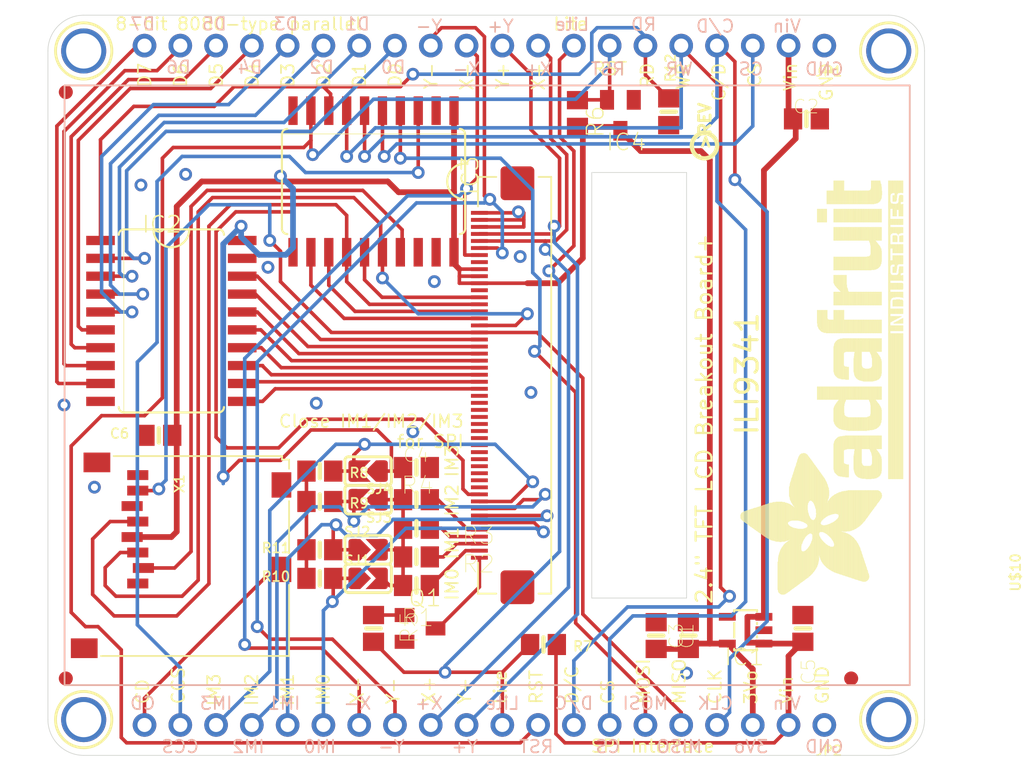
<source format=kicad_pcb>
(kicad_pcb (version 20211014) (generator pcbnew)
  (layers (0 "F.Cu" signal) (1 "In1.Cu" signal) (2 "In2.Cu" signal) (3 "In3.Cu" signal) (4 "In4.Cu" signal) (5 "In5.Cu" signal) (6 "In6.Cu" signal) (7 "In7.Cu" signal) (8 "In8.Cu" signal) (9 "In9.Cu" signal) (10 "In10.Cu" signal) (11 "In11.Cu" signal) (12 "In12.Cu" signal) (13 "In13.Cu" signal) (14 "In14.Cu" signal) (31 "B.Cu" signal) (34 "B.Paste" user) (35 "F.Paste" user) (36 "B.SilkS" user "B.Silkscreen") (37 "F.SilkS" user "F.Silkscreen") (38 "B.Mask" user) (39 "F.Mask" user) (44 "Edge.Cuts" user))
  (net 0 "")
  (net 1 "GND")
  (net 2 "LCD_RST")
  (net 3 "LCD_DATA7")
  (net 4 "LCD_DATA6")
  (net 5 "LCD_DATA5")
  (net 6 "LCD_DATA4")
  (net 7 "LCD_DATA3")
  (net 8 "LCD_DATA2")
  (net 9 "LCD_DATA1")
  (net 10 "LCD_DATA0")
  (net 11 "LCD_CS")
  (net 12 "LCD_WR")
  (net 13 "LCD_RD")
  (net 14 "LCD_RS")
  (net 15 "X+")
  (net 16 "Y+")
  (net 17 "X-")
  (net 18 "Y-")
  (net 19 "N$1")
  (net 20 "N$2")
  (net 21 "N$3")
  (net 22 "N$4")
  (net 23 "N$16")
  (net 24 "LITE")
  (net 25 "CS")
  (net 26 "RS_CLK")
  (net 27 "WR_DC")
  (net 28 "RD")
  (net 29 "RST")
  (net 30 "D0")
  (net 31 "D1")
  (net 32 "D2")
  (net 33 "D3")
  (net 34 "D4")
  (net 35 "D5")
  (net 36 "D6")
  (net 37 "D7")
  (net 38 "VIN")
  (net 39 "+3V")
  (net 40 "N$5")
  (net 41 "SDI_3V")
  (net 42 "MISO")
  (net 43 "MOSI")
  (net 44 "IM0")
  (net 45 "IM1")
  (net 46 "IM2")
  (net 47 "IM3")
  (net 48 "SD_CS")
  (net 49 "SD_CS_3V")
  (net 50 "CARDDET")
  (footprint "boardEagle:MICROSD" (layer "F.Cu") (at 134.4041 110.0836 -90)
    (fp_text reference "X1")
    (fp_text value "")
  )
  (footprint "boardEagle:FIDUCIAL_1MM" (layer "F.Cu") (at 174.4091 125.8316)
    (fp_text reference "U$9" hide)
    (fp_text value "FIDUCIAL\"\"" hide)
  )
  (footprint "boardEagle:SOT23" (layer "F.Cu") (at 158.0261 85.8266 180)
    (fp_text reference "IC4")
    (fp_text value "APX803-SAG")
  )
  (footprint "boardEagle:0805-NO" (layer "F.Cu") (at 160.5661 122.7836 90)
    (fp_text reference "C1")
    (fp_text value "0.1uF")
  )
  (footprint "boardEagle:ADAFRUIT_TEXT_30MM" (layer "F.Cu") (at 178.0921 120.1166 90)
    (fp_text reference "U$19" hide)
    (fp_text value "" hide)
  )
  (footprint "boardEagle:PCBFEAT-REV-040" (layer "F.Cu") (at 163.9951 87.9856 90)
    (fp_text reference "U$26" hide)
    (fp_text value "" hide)
  )
  (footprint "boardEagle:1X20_ROUND" (layer "F.Cu") (at 148.3741 80.8736 180)
    (fp_text reference "JP1")
    (fp_text value "")
  )
  (footprint "boardEagle:SOT23-5L" (layer "F.Cu") (at 166.9161 122.4026 90)
    (fp_text reference "IC1")
    (fp_text value "MIC5225-3.3")
  )
  (footprint "boardEagle:0805-NO" (layer "F.Cu") (at 152.5651 123.4186)
    (fp_text reference "R7")
    (fp_text value "1K")
  )
  (footprint "boardEagle:SOLDERJUMPER_ARROW_NOPASTE" (layer "F.Cu") (at 140.1191 118.7196)
    (fp_text reference "SJ1")
    (fp_text value "")
  )
  (footprint "boardEagle:0805-NO" (layer "F.Cu") (at 136.6901 118.7196 180)
    (fp_text reference "R10")
    (fp_text value "10K")
  )
  (footprint "boardEagle:SOLDERJUMPER_ARROW_NOPASTE" (layer "F.Cu") (at 140.1191 116.6876)
    (fp_text reference "SJ2")
    (fp_text value "")
  )
  (footprint "boardEagle:MOUNTINGHOLE_2.5_PLATED" (layer "F.Cu") (at 119.9261 128.7526)
    (fp_text reference "U$7" hide)
    (fp_text value "MOUNTINGHOLE2.5" hide)
  )
  (footprint "boardEagle:0805-NO" (layer "F.Cu") (at 170.9801 122.2756 90)
    (fp_text reference "C5")
    (fp_text value "10uF")
  )
  (footprint "boardEagle:0805-NO" (layer "F.Cu") (at 136.6901 116.6876 180)
    (fp_text reference "R11")
    (fp_text value "10K")
  )
  (footprint "boardEagle:SOLDERJUMPER_ARROW_NOPASTE" (layer "F.Cu") (at 140.1191 113.1316 180)
    (fp_text reference "SJ3")
    (fp_text value "")
  )
  (footprint "boardEagle:FIDUCIAL_1MM" (layer "F.Cu") (at 118.6561 125.8316)
    (fp_text reference "U$23" hide)
    (fp_text value "FIDUCIAL\"\"" hide)
  )
  (footprint "boardEagle:MOUNTINGHOLE_2.5_PLATED" (layer "F.Cu") (at 177.0761 81.2546)
    (fp_text reference "U$17" hide)
    (fp_text value "MOUNTINGHOLE2.5" hide)
  )
  (footprint "boardEagle:FIDUCIAL_1MM" (layer "F.Cu") (at 118.6561 84.1756)
    (fp_text reference "U$11" hide)
    (fp_text value "FIDUCIAL\"\"" hide)
  )
  (footprint "boardEagle:0805-NO" (layer "F.Cu") (at 140.5001 122.2756 90)
    (fp_text reference "R5")
    (fp_text value "1K")
  )
  (footprint "boardEagle:SOT23-BEC" (layer "F.Cu") (at 143.8021 122.2756 -90)
    (fp_text reference "Q1")
    (fp_text value "MMBT2222")
  )
  (footprint "boardEagle:0805-NO" (layer "F.Cu") (at 143.5481 117.1956)
    (fp_text reference "R2")
    (fp_text value "10")
  )
  (footprint "boardEagle:MOUNTINGHOLE_2.5_PLATED" (layer "F.Cu") (at 177.0761 128.7526)
    (fp_text reference "U$15" hide)
    (fp_text value "MOUNTINGHOLE2.5" hide)
  )
  (footprint "boardEagle:SOLDERJUMPER_ARROW_NOPASTE" (layer "F.Cu") (at 140.1191 111.0996 180)
    (fp_text reference "SJ4")
    (fp_text value "")
  )
  (footprint "boardEagle:0805-NO" (layer "F.Cu") (at 125.2601 108.5596 180)
    (fp_text reference "C6")
    (fp_text value "10uF")
  )
  (footprint "boardEagle:SO20W" (layer "F.Cu") (at 140.5001 90.5256 180)
    (fp_text reference "IC3")
    (fp_text value "74LVC245")
  )
  (footprint "boardEagle:R0805" (layer "F.Cu") (at 154.9781 85.6996 -90)
    (fp_text reference "R6")
    (fp_text value "10K")
  )
  (footprint "boardEagle:0805-NO" (layer "F.Cu") (at 143.5481 113.1316)
    (fp_text reference "R4")
    (fp_text value "10")
  )
  (footprint "boardEagle:0805-NO" (layer "F.Cu") (at 143.5481 115.1636)
    (fp_text reference "R3")
    (fp_text value "10")
  )
  (footprint "boardEagle:0805-NO" (layer "F.Cu") (at 162.8521 122.7836 90)
    (fp_text reference "C3")
    (fp_text value "10uF")
  )
  (footprint "boardEagle:1X20_ROUND" (layer "F.Cu") (at 148.3741 129.1336 180)
    (fp_text reference "JP2")
    (fp_text value "")
  )
  (footprint "boardEagle:0805-NO" (layer "F.Cu") (at 143.5481 119.2276)
    (fp_text reference "R1")
    (fp_text value "10")
  )
  (footprint "boardEagle:SO20W" (layer "F.Cu") (at 126.1491 100.4316 -90)
    (fp_text reference "IC2")
    (fp_text value "74LVC245")
  )
  (footprint "boardEagle:0805-NO" (layer "F.Cu") (at 171.2341 86.0806)
    (fp_text reference "C2")
    (fp_text value "10uF")
  )
  (footprint "boardEagle:0805-NO" (layer "F.Cu") (at 161.4551 85.5726 90)
    (fp_text reference "R12")
    (fp_text value "10K")
  )
  (footprint "boardEagle:0805-NO" (layer "F.Cu") (at 136.6901 113.2586)
    (fp_text reference "R9")
    (fp_text value "10K")
  )
  (footprint "boardEagle:0805-NO" (layer "F.Cu") (at 136.6901 111.0996)
    (fp_text reference "R8")
    (fp_text value "10K")
  )
  (footprint "boardEagle:MOUNTINGHOLE_2.5_PLATED" (layer "F.Cu") (at 119.9261 81.2546)
    (fp_text reference "U$16" hide)
    (fp_text value "MOUNTINGHOLE2.5" hide)
  )
  (footprint "boardEagle:0805-NO" (layer "F.Cu") (at 143.5481 110.8456)
    (fp_text reference "C4")
    (fp_text value "0.1uF")
  )
  (footprint "boardEagle:TFT_2.4IN_240X320_50PIN" (layer "B.Cu") (at 176.5681 105.0036 -90)
    (fp_text reference "U$10")
    (fp_text value "DISP_LCD_240X320_50PIN-2.4IN")
  )
  (gr_line (start 117.3861 128.7526) (end 117.3861 81.2546) (layer "Edge.Cuts") (width 0.05))
  (gr_arc (start 179.6161 128.7526) (mid 178.872151 130.548651) (end 177.0761 131.2926) (layer "Edge.Cuts") (width 0.05))
  (gr_arc (start 177.0761 78.7146) (mid 178.872151 79.458549) (end 179.6161 81.2546) (layer "Edge.Cuts") (width 0.05))
  (gr_line (start 177.0761 131.2926) (end 119.9261 131.2926) (layer "Edge.Cuts") (width 0.05))
  (gr_line (start 162.7251 89.8906) (end 162.7251 120.1166) (layer "Edge.Cuts") (width 0.05))
  (gr_line (start 155.9941 120.1166) (end 155.9941 89.8906) (layer "Edge.Cuts") (width 0.05))
  (gr_line (start 162.7251 120.1166) (end 155.9941 120.1166) (layer "Edge.Cuts") (width 0.05))
  (gr_arc (start 119.9261 131.2926) (mid 118.130049 130.548651) (end 117.3861 128.7526) (layer "Edge.Cuts") (width 0.05))
  (gr_line (start 179.6161 81.2546) (end 179.6161 128.7526) (layer "Edge.Cuts") (width 0.05))
  (gr_line (start 155.9941 89.8906) (end 162.7251 89.8906) (layer "Edge.Cuts") (width 0.05))
  (gr_line (start 119.9261 78.7146) (end 177.0761 78.7146) (layer "Edge.Cuts") (width 0.05))
  (gr_arc (start 117.3861 81.2546) (mid 118.130049 79.458549) (end 119.9261 78.7146) (layer "Edge.Cuts") (width 0.05))
  (gr_text "CCS" (at 126.7841 130.1496) (layer "B.SilkS") (effects (font (size 0.89408 0.89408) (thickness 0.12192)) (justify top mirror)))
  (gr_text "CS" (at 167.2971 82.0166) (layer "B.SilkS") (effects (font (size 0.89408 0.89408) (thickness 0.12192)) (justify top mirror)))
  (gr_text "GND" (at 172.5041 82.0166) (layer "B.SilkS") (effects (font (size 0.89408 0.89408) (thickness 0.12192)) (justify top mirror)))
  (gr_text "CLK" (at 164.7571 128.1176) (layer "B.SilkS") (effects (font (size 0.89408 0.89408) (thickness 0.12192)) (justify bottom mirror)))
  (gr_text "CS" (at 157.1371 130.1496) (layer "B.SilkS") (effects (font (size 0.89408 0.89408) (thickness 0.12192)) (justify top mirror)))
  (gr_text "D0" (at 141.8971 81.8896) (layer "B.SilkS") (effects (font (size 0.89408 0.89408) (thickness 0.12192)) (justify top mirror)))
  (gr_text "RST" (at 157.1371 82.0166) (layer "B.SilkS") (effects (font (size 0.89408 0.89408) (thickness 0.12192)) (justify top mirror)))
  (gr_text "GND" (at 172.5041 130.1496) (layer "B.SilkS") (effects (font (size 0.89408 0.89408) (thickness 0.12192)) (justify top mirror)))
  (gr_text "D7" (at 124.1171 79.8576) (layer "B.SilkS") (effects (font (size 0.89408 0.89408) (thickness 0.12192)) (justify bottom mirror)))
  (gr_text "CD" (at 124.1171 128.1176) (layer "B.SilkS") (effects (font (size 0.89408 0.89408) (thickness 0.12192)) (justify bottom mirror)))
  (gr_text "D2" (at 136.8171 81.8896) (layer "B.SilkS") (effects (font (size 0.89408 0.89408) (thickness 0.12192)) (justify top mirror)))
  (gr_text "Y-" (at 141.7701 130.1496) (layer "B.SilkS") (effects (font (size 0.89408 0.89408) (thickness 0.12192)) (justify top mirror)))
  (gr_text "RD" (at 159.6771 78.8416) (layer "B.SilkS") (effects (font (size 0.89408 0.89408) (thickness 0.12192)) (justify top mirror)))
  (gr_text "X-" (at 147.1041 82.0166) (layer "B.SilkS") (effects (font (size 0.89408 0.89408) (thickness 0.12192)) (justify top mirror)))
  (gr_text "IM0" (at 136.6901 130.1496) (layer "B.SilkS") (effects (font (size 0.89408 0.89408) (thickness 0.12192)) (justify top mirror)))
  (gr_text "X+" (at 152.1841 82.0166) (layer "B.SilkS") (effects (font (size 0.89408 0.89408) (thickness 0.12192)) (justify top mirror)))
  (gr_text "D4" (at 131.7371 81.8896) (layer "B.SilkS") (effects (font (size 0.89408 0.89408) (thickness 0.12192)) (justify top mirror)))
  (gr_text "MISO" (at 162.2171 130.1496) (layer "B.SilkS") (effects (font (size 0.89408 0.89408) (thickness 0.12192)) (justify top mirror)))
  (gr_text "Vin" (at 169.8371 78.9686) (layer "B.SilkS") (effects (font (size 0.89408 0.89408) (thickness 0.12192)) (justify top mirror)))
  (gr_text "Lite" (at 149.6441 128.1176) (layer "B.SilkS") (effects (font (size 0.89408 0.89408) (thickness 0.12192)) (justify bottom mirror)))
  (gr_text "WR" (at 162.2171 82.0166) (layer "B.SilkS") (effects (font (size 0.89408 0.89408) (thickness 0.12192)) (justify top mirror)))
  (gr_text "3Vo" (at 167.2971 130.1496) (layer "B.SilkS") (effects (font (size 0.89408 0.89408) (thickness 0.12192)) (justify top mirror)))
  (gr_text "IM3" (at 129.3241 128.1176) (layer "B.SilkS") (effects (font (size 0.89408 0.89408) (thickness 0.12192)) (justify bottom mirror)))
  (gr_text "RST" (at 152.0571 130.1496) (layer "B.SilkS") (effects (font (size 0.89408 0.89408) (thickness 0.12192)) (justify top mirror)))
  (gr_text "IM2" (at 131.6101 130.1496) (layer "B.SilkS") (effects (font (size 0.89408 0.89408) (thickness 0.12192)) (justify top mirror)))
  (gr_text "D/C" (at 154.7241 128.1176) (layer "B.SilkS") (effects (font (size 0.89408 0.89408) (thickness 0.12192)) (justify bottom mirror)))
  (gr_text "Y-" (at 144.4371 78.9686) (layer "B.SilkS") (effects (font (size 0.89408 0.89408) (thickness 0.12192)) (justify top mirror)))
  (gr_text "MOSI" (at 159.8041 128.1176) (layer "B.SilkS") (effects (font (size 0.89408 0.89408) (thickness 0.12192)) (justify bottom mirror)))
  (gr_text "Vin" (at 169.8371 128.1176) (layer "B.SilkS") (effects (font (size 0.89408 0.89408) (thickness 0.12192)) (justify bottom mirror)))
  (gr_text "Lite" (at 154.5971 78.8416) (layer "B.SilkS") (effects (font (size 0.89408 0.89408) (thickness 0.12192)) (justify top mirror)))
  (gr_text "D3" (at 134.2771 79.8576) (layer "B.SilkS") (effects (font (size 0.89408 0.89408) (thickness 0.12192)) (justify bottom mirror)))
  (gr_text "Y+" (at 146.9771 130.1496) (layer "B.SilkS") (effects (font (size 0.89408 0.89408) (thickness 0.12192)) (justify top mirror)))
  (gr_text "C/D" (at 164.7571 78.9686) (layer "B.SilkS") (effects (font (size 0.89408 0.89408) (thickness 0.12192)) (justify top mirror)))
  (gr_text "D5" (at 129.1971 79.8576) (layer "B.SilkS") (effects (font (size 0.89408 0.89408) (thickness 0.12192)) (justify bottom mirror)))
  (gr_text "D1" (at 139.3571 79.8576) (layer "B.SilkS") (effects (font (size 0.89408 0.89408) (thickness 0.12192)) (justify bottom mirror)))
  (gr_text "D6" (at 126.6571 81.8896) (layer "B.SilkS") (effects (font (size 0.89408 0.89408) (thickness 0.12192)) (justify top mirror)))
  (gr_text "Y+" (at 149.5171 78.9686) (layer "B.SilkS") (effects (font (size 0.89408 0.89408) (thickness 0.12192)) (justify top mirror)))
  (gr_text "X+" (at 144.4371 128.1176) (layer "B.SilkS") (effects (font (size 0.89408 0.89408) (thickness 0.12192)) (justify bottom mirror)))
  (gr_text "IM1" (at 134.1501 128.1176) (layer "B.SilkS") (effects (font (size 0.89408 0.89408) (thickness 0.12192)) (justify bottom mirror)))
  (gr_text "X-" (at 139.3571 128.1176) (layer "B.SilkS") (effects (font (size 0.89408 0.89408) (thickness 0.12192)) (justify bottom mirror)))
  (gr_text "D/C" (at 155.1051 127.7366 90) (layer "F.SilkS") (effects (font (size 0.89408 0.89408) (thickness 0.12192)) (justify left bottom)))
  (gr_text "D0" (at 141.5161 82.0166 90) (layer "F.SilkS") (effects (font (size 0.89408 0.89408) (thickness 0.12192)) (justify right top)))
  (gr_text "IM0" (at 146.5961 120.3706 90) (layer "F.SilkS") (effects (font (size 0.89408 0.89408) (thickness 0.12192)) (justify left bottom)))
  (gr_text "D2" (at 136.4361 82.0166 90) (layer "F.SilkS") (effects (font (size 0.89408 0.89408) (thickness 0.12192)) (justify right top)))
  (gr_text "Y-" (at 144.0561 82.0166 90) (layer "F.SilkS") (effects (font (size 0.89408 0.89408) (thickness 0.12192)) (justify right top)))
  (gr_text "MOSI" (at 160.1851 127.7366 90) (layer "F.SilkS") (effects (font (size 0.89408 0.89408) (thickness 0.12192)) (justify left bottom)))
  (gr_text "Vin" (at 169.5831 82.0166 90) (layer "F.SilkS") (effects (font (size 0.89408 0.89408) (thickness 0.12192)) (justify right top)))
  (gr_text "IM2" (at 146.5961 114.4016 90) (layer "F.SilkS") (effects (font (size 0.89408 0.89408) (thickness 0.12192)) (justify left bottom)))
  (gr_text "CD" (at 124.6251 127.7366 90) (layer "F.SilkS") (effects (font (size 0.89408 0.89408) (thickness 0.12192)) (justify left bottom)))
  (gr_text "Y-" (at 142.4051 127.7366 90) (layer "F.SilkS") (effects (font (size 0.89408 0.89408) (thickness 0.12192)) (justify left bottom)))
  (gr_text "Close IM1/IM2/IM3\nfor SPI" (at 146.9771 107.0356) (layer "F.SilkS") (effects (font (size 0.89408 0.89408) (thickness 0.12192)) (justify right top)))
  (gr_text "SPI Interface" (at 160.3121 131.1656) (layer "F.SilkS") (effects (font (size 0.89408 0.89408) (thickness 0.12192)) (justify bottom)))
  (gr_text "IM1" (at 146.5961 117.4496 90) (layer "F.SilkS") (effects (font (size 0.89408 0.89408) (thickness 0.12192)) (justify left bottom)))
  (gr_text "RD" (at 159.4231 82.0166 90) (layer "F.SilkS") (effects (font (size 0.89408 0.89408) (thickness 0.12192)) (justify right top)))
  (gr_text "Lite" (at 150.0251 127.7366 90) (layer "F.SilkS") (effects (font (size 0.89408 0.89408) (thickness 0.12192)) (justify left bottom)))
  (gr_text "IM1" (at 134.9121 127.8636 90) (layer "F.SilkS") (effects (font (size 0.89408 0.89408) (thickness 0.12192)) (justify left bottom)))
  (gr_text "RST" (at 155.9941 83.0326) (layer "F.SilkS") (effects (font (size 0.89408 0.89408) (thickness 0.12192)) (justify left bottom)))
  (gr_text "MISO" (at 162.7251 127.7366 90) (layer "F.SilkS") (effects (font (size 0.89408 0.89408) (thickness 0.12192)) (justify left bottom)))
  (gr_text "CS" (at 157.6451 127.7366 90) (layer "F.SilkS") (effects (font (size 0.89408 0.89408) (thickness 0.12192)) (justify left bottom)))
  (gr_text "D1" (at 138.9761 82.0166 90) (layer "F.SilkS") (effects (font (size 0.89408 0.89408) (thickness 0.12192)) (justify right top)))
  (gr_text "2.4\" TFT LCD Breakout Board+" (at 164.6301 120.6246 90) (layer "F.SilkS") (effects (font (size 1.1176 1.1176) (thickness 0.1524)) (justify left bottom)))
  (gr_text "Y+" (at 149.1361 82.0166 90) (layer "F.SilkS") (effects (font (size 0.89408 0.89408) (thickness 0.12192)) (justify right top)))
  (gr_text "CS" (at 167.0431 82.0166 90) (layer "F.SilkS") (effects (font (size 0.89408 0.89408) (thickness 0.12192)) (justify right top)))
  (gr_text "X+" (at 144.9451 127.7366 90) (layer "F.SilkS") (effects (font (size 0.89408 0.89408) (thickness 0.12192)) (justify left bottom)))
  (gr_text "ILI9341" (at 167.9321 108.6866 90) (layer "F.SilkS") (effects (font (size 1.56464 1.56464) (thickness 0.21336)) (justify left bottom)))
  (gr_text "D3" (at 133.8961 82.0166 90) (layer "F.SilkS") (effects (font (size 0.89408 0.89408) (thickness 0.12192)) (justify right top)))
  (gr_text "GND" (at 172.8851 127.7366 90) (layer "F.SilkS") (effects (font (size 0.89408 0.89408) (thickness 0.12192)) (justify left bottom)))
  (gr_text "Y+" (at 147.4851 127.7366 90) (layer "F.SilkS") (effects (font (size 0.89408 0.89408) (thickness 0.12192)) (justify left bottom)))
  (gr_text "IM0" (at 137.4521 127.8636 90) (layer "F.SilkS") (effects (font (size 0.89408 0.89408) (thickness 0.12192)) (justify left bottom)))
  (gr_text "IM2" (at 132.3721 127.8636 90) (layer "F.SilkS") (effects (font (size 0.89408 0.89408) (thickness 0.12192)) (justify left bottom)))
  (gr_text "WR" (at 161.9631 82.0166 90) (layer "F.SilkS") (effects (font (size 0.89408 0.89408) (thickness 0.12192)) (justify right top)))
  (gr_text "X-" (at 139.8651 127.7366 90) (layer "F.SilkS") (effects (font (size 0.89408 0.89408) (thickness 0.12192)) (justify left bottom)))
  (gr_text "X+" (at 151.6761 82.0166 90) (layer "F.SilkS") (effects (font (size 0.89408 0.89408) (thickness 0.12192)) (justify right top)))
  (gr_text "RST" (at 152.5651 127.7366 90) (layer "F.SilkS") (effects (font (size 0.89408 0.89408) (thickness 0.12192)) (justify left bottom)))
  (gr_text "CLK" (at 165.2651 127.7366 90) (layer "F.SilkS") (effects (font (size 0.89408 0.89408) (thickness 0.12192)) (justify left bottom)))
  (gr_text "IM3" (at 146.5961 111.6076 90) (layer "F.SilkS") (effects (font (size 0.89408 0.89408) (thickness 0.12192)) (justify left bottom)))
  (gr_text "IM3" (at 129.7051 127.8636 90) (layer "F.SilkS") (effects (font (size 0.89408 0.89408) (thickness 0.12192)) (justify left bottom)))
  (gr_text "3Vo" (at 167.8051 127.7366 90) (layer "F.SilkS") (effects (font (size 0.89408 0.89408) (thickness 0.12192)) (justify left bottom)))
  (gr_text "D7" (at 123.7361 82.0166 90) (layer "F.SilkS") (effects (font (size 0.89408 0.89408) (thickness 0.12192)) (justify right top)))
  (gr_text "D4" (at 131.3561 82.0166 90) (layer "F.SilkS") (effects (font (size 0.89408 0.89408) (thickness 0.12192)) (justify right top)))
  (gr_text "C/D" (at 164.5031 82.0166 90) (layer "F.SilkS") (effects (font (size 0.89408 0.89408) (thickness 0.12192)) (justify right top)))
  (gr_text "X-" (at 146.5961 82.0166 90) (layer "F.SilkS") (effects (font (size 0.89408 0.89408) (thickness 0.12192)) (justify right top)))
  (gr_text "D5" (at 128.8161 82.0166 90) (layer "F.SilkS") (effects (font (size 0.89408 0.89408) (thickness 0.12192)) (justify right top)))
  (gr_text "Lite" (at 153.2001 79.8576) (layer "F.SilkS") (effects (font (size 0.89408 0.89408) (thickness 0.12192)) (justify left bottom)))
  (gr_text "CCS" (at 127.1651 127.7366 90) (layer "F.SilkS") (effects (font (size 0.89408 0.89408) (thickness 0.12192)) (justify left bottom)))
  (gr_text "D6" (at 126.2761 82.0166 90) (layer "F.SilkS") (effects (font (size 0.89408 0.89408) (thickness 0.12192)) (justify right top)))
  (gr_text "Vin" (at 170.3451 127.7366 90) (layer "F.SilkS") (effects (font (size 0.89408 0.89408) (thickness 0.12192)) (justify left bottom)))
  (gr_text "8-bit 8080-type parallel" (at 122.0851 79.8576) (layer "F.SilkS") (effects (font (size 0.89408 0.89408) (thickness 0.12192)) (justify left bottom)))
  (gr_text "GND" (at 172.1231 82.0166 90) (layer "F.SilkS") (effects (font (size 0.89408 0.89408) (thickness 0.12192)) (justify right top)))
  (segment (start 151.1681 93.7536) (end 148.0171 93.7536) (width 0.254) (layer "F.Cu") (net 1))
  (segment (start 148.0171 93.2536) (end 151.1681 93.2536) (width 0.254) (layer "F.Cu") (net 1))
  (segment (start 148.0171 92.7536) (end 151.1681 92.7536) (width 0.254) (layer "F.Cu") (net 1))
  (segment (start 151.1681 92.7536) (end 151.1681 93.2536) (width 0.254) (layer "F.Cu") (net 1))
  (segment (start 135.7401 113.2586) (end 135.7401 116.6876) (width 0.254) (layer "F.Cu") (net 1))
  (segment (start 135.7401 111.0996) (end 135.7401 113.2586) (width 0.254) (layer "F.Cu") (net 1))
  (segment (start 135.7401 116.6876) (end 135.7401 118.7196) (width 0.254) (layer "F.Cu") (net 1))
  (segment (start 151.1681 93.2536) (end 151.1681 93.7536) (width 0.254) (layer "F.Cu") (net 1))
  (via (at 162.7251 125.4506) (size 0.9064) (drill 0.5) (layers "F.Cu" "B.Cu") (net 1))
  (via (at 118.5291 106.4006) (size 0.9064) (drill 0.5) (layers "F.Cu" "B.Cu") (net 1))
  (via (at 133.0071 96.6216) (size 0.9064) (drill 0.5) (layers "F.Cu" "B.Cu") (net 1))
  (via (at 127.1651 90.0176) (size 0.9064) (drill 0.5) (layers "F.Cu" "B.Cu") (net 1))
  (via (at 144.8181 97.6376) (size 0.9064) (drill 0.5) (layers "F.Cu" "B.Cu") (net 1))
  (via (at 151.6761 105.5116) (size 0.9064) (drill 0.5) (layers "F.Cu" "B.Cu") (net 1))
  (via (at 120.6881 112.2426) (size 0.9064) (drill 0.5) (layers "F.Cu" "B.Cu") (net 1))
  (via (at 136.4361 106.2736) (size 0.9064) (drill 0.5) (layers "F.Cu" "B.Cu") (net 1))
  (via (at 150.7871 92.6846) (size 0.9064) (drill 0.5) (layers "F.Cu" "B.Cu") (net 1))
  (via (at 123.9901 90.7796) (size 0.9064) (drill 0.5) (layers "F.Cu" "B.Cu") (net 1))
  (via (at 143.2941 108.3056) (size 0.9064) (drill 0.5) (layers "F.Cu" "B.Cu") (net 1))
  (via (at 150.9141 95.8596) (size 0.9064) (drill 0.5) (layers "F.Cu" "B.Cu") (net 1))
  (segment (start 146.8501 112.3696) (end 147.2311 112.7506) (width 0.254) (layer "F.Cu") (net 2))
  (segment (start 146.8501 110.3376) (end 146.8501 112.3696) (width 0.254) (layer "F.Cu") (net 2))
  (segment (start 148.0141 112.7506) (end 148.0171 112.7536) (width 0.254) (layer "F.Cu") (net 2))
  (segment (start 134.7851 92.6846) (end 130.7211 92.6846) (width 0.254) (layer "F.Cu") (net 2))
  (segment (start 147.2311 112.7506) (end 148.0141 112.7506) (width 0.254) (layer "F.Cu") (net 2))
  (segment (start 143.9291 107.4166) (end 146.8501 110.3376) (width 0.254) (layer "F.Cu") (net 2))
  (segment (start 135.8011 107.4166) (end 143.9291 107.4166) (width 0.254) (layer "F.Cu") (net 2))
  (segment (start 130.0861 109.4486) (end 133.7691 109.4486) (width 0.254) (layer "F.Cu") (net 2))
  (segment (start 134.7851 95.5548) (end 134.7851 92.6846) (width 0.254) (layer "F.Cu") (net 2))
  (segment (start 129.3241 108.6866) (end 130.0861 109.4486) (width 0.254) (layer "F.Cu") (net 2))
  (segment (start 130.7211 92.6846) (end 129.3241 94.0816) (width 0.254) (layer "F.Cu") (net 2))
  (segment (start 129.3241 94.0816) (end 129.3241 108.6866) (width 0.254) (layer "F.Cu") (net 2))
  (segment (start 133.7691 109.4486) (end 135.8011 107.4166) (width 0.254) (layer "F.Cu") (net 2))
  (segment (start 132.6261 106.1466) (end 131.1783 106.1466) (width 0.254) (layer "F.Cu") (net 3))
  (segment (start 133.5191 105.2536) (end 132.6261 106.1466) (width 0.254) (layer "F.Cu") (net 3))
  (segment (start 148.0171 105.2536) (end 133.5191 105.2536) (width 0.254) (layer "F.Cu") (net 3))
  (segment (start 148.0171 104.7536) (end 131.3013 104.7536) (width 0.254) (layer "F.Cu") (net 4))
  (segment (start 131.3013 104.7536) (end 131.1783 104.8766) (width 0.254) (layer "F.Cu") (net 4))
  (segment (start 132.6261 103.6066) (end 131.1783 103.6066) (width 0.254) (layer "F.Cu") (net 5))
  (segment (start 133.2491 104.2536) (end 132.6261 103.6306) (width 0.254) (layer "F.Cu") (net 5))
  (segment (start 132.6261 103.6306) (end 132.6261 103.6066) (width 0.254) (layer "F.Cu") (net 5))
  (segment (start 148.0171 104.2536) (end 133.2491 104.2536) (width 0.254) (layer "F.Cu") (net 5))
  (segment (start 132.5353 102.3366) (end 131.1783 102.3366) (width 0.254) (layer "F.Cu") (net 6))
  (segment (start 148.0171 103.7536) (end 133.9523 103.7536) (width 0.254) (layer "F.Cu") (net 6))
  (segment (start 133.9523 103.7536) (end 132.5353 102.3366) (width 0.254) (layer "F.Cu") (net 6))
  (segment (start 134.6861 103.2536) (end 132.4991 101.0666) (width 0.254) (layer "F.Cu") (net 7))
  (segment (start 132.4991 101.0666) (end 131.1783 101.0666) (width 0.254) (layer "F.Cu") (net 7))
  (segment (start 148.0171 103.2536) (end 134.6861 103.2536) (width 0.254) (layer "F.Cu") (net 7))
  (segment (start 135.2021 102.7536) (end 132.2451 99.7966) (width 0.254) (layer "F.Cu") (net 8))
  (segment (start 132.2451 99.7966) (end 131.1783 99.7966) (width 0.254) (layer "F.Cu") (net 8))
  (segment (start 148.0171 102.7536) (end 135.2021 102.7536) (width 0.254) (layer "F.Cu") (net 8))
  (segment (start 135.8451 102.2536) (end 132.1181 98.5266) (width 0.254) (layer "F.Cu") (net 9))
  (segment (start 148.0171 102.2536) (end 135.8451 102.2536) (width 0.254) (layer "F.Cu") (net 9))
  (segment (start 132.1181 98.5266) (end 131.1783 98.5266) (width 0.254) (layer "F.Cu") (net 9))
  (segment (start 136.7421 101.7536) (end 132.2451 97.2566) (width 0.254) (layer "F.Cu") (net 10))
  (segment (start 132.2451 97.2566) (end 131.1783 97.2566) (width 0.254) (layer "F.Cu") (net 10))
  (segment (start 148.0171 101.7536) (end 136.7421 101.7536) (width 0.254) (layer "F.Cu") (net 10))
  (segment (start 139.8651 97.5106) (end 139.8651 95.5548) (width 0.254) (layer "F.Cu") (net 11))
  (segment (start 141.1081 98.7536) (end 139.8651 97.5106) (width 0.254) (layer "F.Cu") (net 11))
  (segment (start 148.0171 98.7536) (end 141.1081 98.7536) (width 0.254) (layer "F.Cu") (net 11))
  (segment (start 137.3251 97.8916) (end 137.3251 95.5548) (width 0.254) (layer "F.Cu") (net 12))
  (segment (start 139.1871 99.7536) (end 137.3251 97.8916) (width 0.254) (layer "F.Cu") (net 12))
  (segment (start 148.0171 99.7536) (end 139.1871 99.7536) (width 0.254) (layer "F.Cu") (net 12))
  (segment (start 138.4171 100.2536) (end 136.0551 97.8916) (width 0.254) (layer "F.Cu") (net 13))
  (segment (start 148.0171 100.2536) (end 138.4171 100.2536) (width 0.254) (layer "F.Cu") (net 13))
  (segment (start 136.0551 97.8916) (end 136.0551 95.5548) (width 0.254) (layer "F.Cu") (net 13))
  (segment (start 148.0171 99.2536) (end 140.2111 99.2536) (width 0.254) (layer "F.Cu") (net 14))
  (segment (start 130.3401 92.1766) (end 137.8331 92.1766) (width 0.254) (layer "F.Cu") (net 14))
  (segment (start 120.5611 115.9256) (end 120.5611 119.8626) (width 0.254) (layer "F.Cu") (net 14))
  (segment (start 121.8031 114.6836) (end 120.5611 115.9256) (width 0.254) (layer "F.Cu") (net 14))
  (segment (start 123.7641 114.6836) (end 121.8031 114.6836) (width 0.254) (layer "F.Cu") (net 14))
  (segment (start 138.5951 92.9386) (end 138.5951 95.5548) (width 0.254) (layer "F.Cu") (net 14))
  (segment (start 120.5611 119.8626) (end 122.0851 121.3866) (width 0.254) (layer "F.Cu") (net 14))
  (segment (start 122.0851 121.3866) (end 126.5301 121.3866) (width 0.254) (layer "F.Cu") (net 14))
  (segment (start 128.8161 93.7006) (end 130.3401 92.1766) (width 0.254) (layer "F.Cu") (net 14))
  (segment (start 128.8161 119.1006) (end 128.8161 93.7006) (width 0.254) (layer "F.Cu") (net 14))
  (segment (start 137.8331 92.1766) (end 138.5951 92.9386) (width 0.254) (layer "F.Cu") (net 14))
  (segment (start 138.5951 97.6376) (end 138.5951 95.5548) (width 0.254) (layer "F.Cu") (net 14))
  (segment (start 126.5301 121.3866) (end 128.8161 119.1006) (width 0.254) (layer "F.Cu") (net 14))
  (segment (start 140.2111 99.2536) (end 138.5951 97.6376) (width 0.254) (layer "F.Cu") (net 14))
  (segment (start 153.0731 87.4776) (end 154.2161 88.6206) (width 0.254) (layer "F.Cu") (net 15))
  (segment (start 154.2161 93.9546) (end 153.4171 94.7536) (width 0.254) (layer "F.Cu") (net 15))
  (segment (start 152.6921 94.7536) (end 148.0171 94.7536) (width 0.254) (layer "F.Cu") (net 15))
  (segment (start 153.0731 81.7626) (end 153.0731 87.4776) (width 0.254) (layer "F.Cu") (net 15))
  (segment (start 153.0731 81.7626) (end 152.1841 80.8736) (width 0.254) (layer "F.Cu") (net 15))
  (segment (start 154.2161 88.6206) (end 154.2161 93.9546) (width 0.254) (layer "F.Cu") (net 15))
  (segment (start 152.6921 95.3516) (end 152.6921 94.7536) (width 0.254) (layer "F.Cu") (net 15))
  (segment (start 153.4171 94.7536) (end 152.6921 94.7536) (width 0.254) (layer "F.Cu") (net 15))
  (via (at 152.6921 95.3516) (size 0.9064) (drill 0.5) (layers "F.Cu" "B.Cu") (net 15))
  (segment (start 154.3431 119.3546) (end 154.3431 97.0026) (width 0.254) (layer "B.Cu") (net 15))
  (segment (start 144.5641 129.1336) (end 154.3431 119.3546) (width 0.254) (layer "B.Cu") (net 15))
  (segment (start 154.3431 97.0026) (end 152.6921 95.3516) (width 0.254) (layer "B.Cu") (net 15))
  (segment (start 153.7081 88.8746) (end 153.7081 93.7006) (width 0.254) (layer "F.Cu") (net 16))
  (segment (start 151.6761 82.9056) (end 151.6761 86.8426) (width 0.254) (layer "F.Cu") (net 16))
  (segment (start 153.3271 93.7006) (end 153.3271 94.0816) (width 0.254) (layer "F.Cu") (net 16))
  (segment (start 153.3271 94.0816) (end 153.7081 93.7006) (width 0.254) (layer "F.Cu") (net 16))
  (segment (start 153.3271 94.0816) (end 153.1551 94.2536) (width 0.254) (layer "F.Cu") (net 16))
  (segment (start 151.6761 82.9056) (end 149.6441 80.8736) (width 0.254) (layer "F.Cu") (net 16))
  (segment (start 151.6761 86.8426) (end 153.7081 88.8746) (width 0.254) (layer "F.Cu") (net 16))
  (segment (start 153.1551 94.2536) (end 148.0171 94.2536) (width 0.254) (layer "F.Cu") (net 16))
  (via (at 153.3271 93.7006) (size 0.9064) (drill 0.5) (layers "F.Cu" "B.Cu") (net 16))
  (segment (start 147.1041 129.1336) (end 154.9781 121.2596) (width 0.254) (layer "B.Cu") (net 16))
  (segment (start 154.9781 96.4946) (end 153.3271 94.8436) (width 0.254) (layer "B.Cu") (net 16))
  (segment (start 153.3271 94.8436) (end 153.3271 93.7006) (width 0.254) (layer "B.Cu") (net 16))
  (segment (start 154.9781 121.2596) (end 154.9781 96.4946) (width 0.254) (layer "B.Cu") (net 16))
  (segment (start 148.0171 95.7536) (end 146.9981 95.7536) (width 0.254) (layer "F.Cu") (net 17))
  (segment (start 146.9771 95.7326) (end 146.9771 91.1606) (width 0.254) (layer "F.Cu") (net 17))
  (segment (start 131.6101 123.6726) (end 131.3561 123.4186) (width 0.254) (layer "F.Cu") (net 17))
  (segment (start 147.8661 81.6356) (end 147.1041 80.8736) (width 0.254) (layer "F.Cu") (net 17))
  (segment (start 147.8661 90.2716) (end 147.1041 91.0336) (width 0.254) (layer "F.Cu") (net 17))
  (segment (start 136.8171 123.6726) (end 131.6101 123.6726) (width 0.254) (layer "F.Cu") (net 17))
  (segment (start 146.9981 95.7536) (end 146.9771 95.7326) (width 0.254) (layer "F.Cu") (net 17))
  (segment (start 139.4841 126.3396) (end 136.8171 123.6726) (width 0.254) (layer "F.Cu") (net 17))
  (segment (start 146.9771 91.1606) (end 147.1041 91.0336) (width 0.254) (layer "F.Cu") (net 17))
  (segment (start 139.4841 129.1336) (end 139.4841 126.3396) (width 0.254) (layer "F.Cu") (net 17))
  (segment (start 147.8661 81.6356) (end 147.8661 90.2716) (width 0.254) (layer "F.Cu") (net 17))
  (via (at 147.1041 91.0336) (size 0.9064) (drill 0.5) (layers "F.Cu" "B.Cu") (net 17))
  (via (at 131.3561 123.4186) (size 0.9064) (drill 0.5) (layers "F.Cu" "B.Cu") (net 17))
  (segment (start 131.3561 123.4186) (end 131.3561 103.0986) (width 0.254) (layer "B.Cu") (net 17))
  (segment (start 131.3561 103.0986) (end 142.9131 91.5416) (width 0.254) (layer "B.Cu") (net 17))
  (segment (start 146.5961 91.5416) (end 147.1041 91.0336) (width 0.254) (layer "B.Cu") (net 17))
  (segment (start 142.9131 91.5416) (end 146.5961 91.5416) (width 0.254) (layer "B.Cu") (net 17))
  (segment (start 148.3741 80.2386) (end 148.3741 91.5416) (width 0.254) (layer "F.Cu") (net 18))
  (segment (start 142.0241 129.1336) (end 142.0241 127.4826) (width 0.254) (layer "F.Cu") (net 18))
  (segment (start 145.3261 79.6036) (end 147.7391 79.6036) (width 0.254) (layer "F.Cu") (net 18))
  (segment (start 148.5011 91.5416) (end 148.3741 91.5416) (width 0.254) (layer "F.Cu") (net 18))
  (segment (start 148.7551 91.7956) (end 148.5011 91.5416) (width 0.254) (layer "F.Cu") (net 18))
  (segment (start 148.0171 95.2536) (end 149.2921 95.2536) (width 0.254) (layer "F.Cu") (net 18))
  (segment (start 137.5791 123.0376) (end 133.1341 123.0376) (width 0.254) (layer "F.Cu") (net 18))
  (segment (start 147.7391 79.6036) (end 148.3741 80.2386) (width 0.254) (layer "F.Cu") (net 18))
  (segment (start 149.2921 95.2536) (end 149.6441 95.6056) (width 0.254) (layer "F.Cu") (net 18))
  (segment (start 142.0241 127.4826) (end 137.5791 123.0376) (width 0.254) (layer "F.Cu") (net 18))
  (segment (start 144.5641 80.3656) (end 145.3261 79.6036) (width 0.254) (layer "F.Cu") (net 18))
  (segment (start 144.5641 80.8736) (end 144.5641 80.3656) (width 0.254) (layer "F.Cu") (net 18))
  (segment (start 133.1341 123.0376) (end 132.2451 122.1486) (width 0.254) (layer "F.Cu") (net 18))
  (via (at 132.2451 122.1486) (size 0.9064) (drill 0.5) (layers "F.Cu" "B.Cu") (net 18))
  (via (at 149.6441 95.6056) (size 0.9064) (drill 0.5) (layers "F.Cu" "B.Cu") (net 18))
  (via (at 148.7551 91.7956) (size 0.9064) (drill 0.5) (layers "F.Cu" "B.Cu") (net 18))
  (segment (start 132.2451 103.3526) (end 143.5481 92.0496) (width 0.254) (layer "B.Cu") (net 18))
  (segment (start 149.6441 95.6056) (end 149.6441 92.6846) (width 0.254) (layer "B.Cu") (net 18))
  (segment (start 143.5481 92.0496) (end 148.3741 92.0496) (width 0.254) (layer "B.Cu") (net 18))
  (segment (start 148.3741 92.0496) (end 148.6281 91.7956) (width 0.254) (layer "B.Cu") (net 18))
  (segment (start 132.2451 122.1486) (end 132.2451 103.3526) (width 0.254) (layer "B.Cu") (net 18))
  (segment (start 148.6281 91.7956) (end 148.7551 91.7956) (width 0.254) (layer "B.Cu") (net 18))
  (segment (start 149.6441 92.6846) (end 148.7551 91.7956) (width 0.254) (layer "B.Cu") (net 18))
  (segment (start 145.0721 113.1316) (end 144.4981 113.1316) (width 0.254) (layer "F.Cu") (net 19))
  (segment (start 148.0171 115.2536) (end 147.1941 115.2536) (width 0.254) (layer "F.Cu") (net 19))
  (segment (start 147.1941 115.2536) (end 145.0721 113.1316) (width 0.254) (layer "F.Cu") (net 19))
  (segment (start 147.0381 116.7536) (end 144.5641 119.2276) (width 0.254) (layer "F.Cu") (net 20))
  (segment (start 144.5641 119.2276) (end 144.4981 119.2276) (width 0.254) (layer "F.Cu") (net 20))
  (segment (start 148.0171 116.7536) (end 147.0381 116.7536) (width 0.254) (layer "F.Cu") (net 20))
  (segment (start 146.3951 116.2536) (end 145.4531 117.1956) (width 0.254) (layer "F.Cu") (net 21))
  (segment (start 145.4531 117.1956) (end 144.4981 117.1956) (width 0.254) (layer "F.Cu") (net 21))
  (segment (start 148.0171 116.2536) (end 146.3951 116.2536) (width 0.254) (layer "F.Cu") (net 21))
  (segment (start 148.0171 115.7536) (end 145.9161 115.7536) (width 0.254) (layer "F.Cu") (net 22))
  (segment (start 145.9161 115.7536) (end 145.3261 115.1636) (width 0.254) (layer "F.Cu") (net 22))
  (segment (start 145.3261 115.1636) (end 144.4981 115.1636) (width 0.254) (layer "F.Cu") (net 22))
  (segment (start 142.7021 121.3256) (end 140.5001 121.3256) (width 0.254) (layer "F.Cu") (net 23))
  (segment (start 140.5001 123.2256) (end 142.6641 125.3896) (width 0.254) (layer "F.Cu") (net 24))
  (segment (start 151.6151 123.4186) (end 149.6441 125.3896) (width 0.254) (layer "F.Cu") (net 24))
  (segment (start 149.6441 125.3896) (end 149.6441 129.1336) (width 0.254) (layer "F.Cu") (net 24))
  (segment (start 153.7081 87.3506) (end 154.7241 88.3666) (width 0.254) (layer "F.Cu") (net 24))
  (segment (start 142.6641 125.3896) (end 145.5801 125.3896) (width 0.254) (layer "F.Cu") (net 24))
  (segment (start 153.7081 81.8896) (end 153.7081 87.3506) (width 0.254) (layer "F.Cu") (net 24))
  (segment (start 154.7241 95.0976) (end 152.9461 96.8756) (width 0.254) (layer "F.Cu") (net 24))
  (segment (start 154.7241 88.3666) (end 154.7241 95.0976) (width 0.254) (layer "F.Cu") (net 24))
  (segment (start 145.5801 125.3896) (end 149.6441 125.3896) (width 0.254) (layer "F.Cu") (net 24))
  (segment (start 153.7081 81.8896) (end 154.7241 80.8736) (width 0.254) (layer "F.Cu") (net 24))
  (via (at 145.5801 125.3896) (size 0.9064) (drill 0.5) (layers "F.Cu" "B.Cu") (net 24))
  (via (at 152.9461 96.8756) (size 0.9064) (drill 0.5) (layers "F.Cu" "B.Cu") (net 24))
  (segment (start 152.9461 96.8756) (end 153.7081 97.6376) (width 0.254) (layer "B.Cu") (net 24))
  (segment (start 153.7081 97.6376) (end 153.7081 116.8146) (width 0.254) (layer "B.Cu") (net 24))
  (segment (start 145.5801 124.9426) (end 145.5801 125.3896) (width 0.254) (layer "B.Cu") (net 24))
  (segment (start 153.7081 116.8146) (end 145.5801 124.9426) (width 0.254) (layer "B.Cu") (net 24))
  (segment (start 141.1351 88.6206) (end 141.1351 85.4964) (width 0.254) (layer "F.Cu") (net 25))
  (segment (start 141.2621 88.7476) (end 141.1351 88.6206) (width 0.254) (layer "F.Cu") (net 25))
  (via (at 141.2621 88.7476) (size 0.9064) (drill 0.5) (layers "F.Cu" "B.Cu") (net 25))
  (segment (start 166.9161 120.3706) (end 166.9161 93.9546) (width 0.254) (layer "B.Cu") (net 25))
  (segment (start 164.8841 87.8586) (end 142.1511 87.8586) (width 0.254) (layer "B.Cu") (net 25))
  (segment (start 165.9001 121.3866) (end 166.9161 120.3706) (width 0.254) (layer "B.Cu") (net 25))
  (segment (start 166.9161 93.9546) (end 164.8841 91.9226) (width 0.254) (layer "B.Cu") (net 25))
  (segment (start 157.2641 129.1336) (end 157.2641 123.0376) (width 0.254) (layer "B.Cu") (net 25))
  (segment (start 164.8841 91.9226) (end 164.8841 87.8586) (width 0.254) (layer "B.Cu") (net 25))
  (segment (start 158.9151 121.3866) (end 165.9001 121.3866) (width 0.254) (layer "B.Cu") (net 25))
  (segment (start 167.4241 80.8736) (end 167.4241 86.5886) (width 0.254) (layer "B.Cu") (net 25))
  (segment (start 167.4241 86.5886) (end 166.1541 87.8586) (width 0.254) (layer "B.Cu") (net 25))
  (segment (start 157.2641 123.0376) (end 158.9151 121.3866) (width 0.254) (layer "B.Cu") (net 25))
  (segment (start 142.1511 87.8586) (end 141.2621 88.7476) (width 0.254) (layer "B.Cu") (net 25))
  (segment (start 166.1541 87.8586) (end 164.8841 87.8586) (width 0.254) (layer "B.Cu") (net 25))
  (segment (start 165.0111 80.8736) (end 164.8841 80.8736) (width 0.254) (layer "F.Cu") (net 26))
  (segment (start 139.8651 88.7476) (end 139.8651 85.4964) (width 0.254) (layer "F.Cu") (net 26))
  (segment (start 166.1541 90.3986) (end 166.1541 82.0166) (width 0.254) (layer "F.Cu") (net 26))
  (segment (start 166.1541 82.0166) (end 165.0111 80.8736) (width 0.254) (layer "F.Cu") (net 26))
  (via (at 166.1541 90.3986) (size 0.9064) (drill 0.5) (layers "F.Cu" "B.Cu") (net 26))
  (via (at 139.8651 88.7476) (size 0.9064) (drill 0.5) (layers "F.Cu" "B.Cu") (net 26))
  (segment (start 141.2621 87.3506) (end 139.8651 88.7476) (width 0.254) (layer "B.Cu") (net 26))
  (segment (start 164.8841 85.9536) (end 163.4871 87.3506) (width 0.254) (layer "B.Cu") (net 26))
  (segment (start 166.1541 90.3986) (end 168.4401 92.6846) (width 0.254) (layer "B.Cu") (net 26))
  (segment (start 165.7731 124.4346) (end 165.7731 128.2446) (width 0.254) (layer "B.Cu") (net 26))
  (segment (start 164.8841 129.1336) (end 165.7731 128.2446) (width 0.254) (layer "B.Cu") (net 26))
  (segment (start 163.4871 87.3506) (end 141.2621 87.3506) (width 0.254) (layer "B.Cu") (net 26))
  (segment (start 168.4401 121.7676) (end 165.7731 124.4346) (width 0.254) (layer "B.Cu") (net 26))
  (segment (start 168.4401 92.6846) (end 168.4401 121.7676) (width 0.254) (layer "B.Cu") (net 26))
  (segment (start 164.8841 80.8736) (end 164.8841 85.9536) (width 0.254) (layer "B.Cu") (net 26))
  (segment (start 165.1381 83.7946) (end 162.3441 81.0006) (width 0.254) (layer "F.Cu") (net 27))
  (segment (start 162.3441 81.0006) (end 162.3441 80.8736) (width 0.254) (layer "F.Cu") (net 27))
  (segment (start 165.1381 83.7946) (end 165.1381 119.3546) (width 0.254) (layer "F.Cu") (net 27))
  (segment (start 165.1381 119.3546) (end 165.7731 119.9896) (width 0.254) (layer "F.Cu") (net 27))
  (segment (start 138.5951 88.7476) (end 138.5951 85.4964) (width 0.254) (layer "F.Cu") (net 27))
  (via (at 165.7731 119.9896) (size 0.9064) (drill 0.5) (layers "F.Cu" "B.Cu") (net 27))
  (via (at 138.5951 88.7476) (size 0.9064) (drill 0.5) (layers "F.Cu" "B.Cu") (net 27))
  (segment (start 165.0111 120.7516) (end 158.5341 120.7516) (width 0.254) (layer "B.Cu") (net 27))
  (segment (start 165.7731 119.9896) (end 165.0111 120.7516) (width 0.254) (layer "B.Cu") (net 27))
  (segment (start 154.7241 124.5616) (end 158.5341 120.7516) (width 0.254) (layer "B.Cu") (net 27))
  (segment (start 140.6271 86.7156) (end 138.5951 88.7476) (width 0.254) (layer "B.Cu") (net 27))
  (segment (start 162.3441 80.8736) (end 162.3441 86.7156) (width 0.254) (layer "B.Cu") (net 27))
  (segment (start 154.7241 129.1336) (end 154.7241 124.5616) (width 0.254) (layer "B.Cu") (net 27))
  (segment (start 162.3441 86.7156) (end 140.6271 86.7156) (width 0.254) (layer "B.Cu") (net 27))
  (segment (start 123.4821 85.1916) (end 129.1971 85.1916) (width 0.254) (layer "F.Cu") (net 28))
  (segment (start 121.1199 87.5538) (end 123.4821 85.1916) (width 0.254) (layer "F.Cu") (net 28))
  (segment (start 130.5941 83.7946) (end 136.9441 83.7946) (width 0.254) (layer "F.Cu") (net 28))
  (segment (start 136.9441 83.7946) (end 142.4051 83.7946) (width 0.254) (layer "F.Cu") (net 28))
  (segment (start 159.8041 80.8736) (end 159.8041 82.9716) (width 0.254) (layer "F.Cu") (net 28))
  (segment (start 121.1199 94.7166) (end 121.1199 87.5538) (width 0.254) (layer "F.Cu") (net 28))
  (segment (start 129.1971 85.1916) (end 130.5941 83.7946) (width 0.254) (layer "F.Cu") (net 28))
  (segment (start 137.4521 85.3694) (end 137.3251 85.4964) (width 0.254) (layer "F.Cu") (net 28))
  (segment (start 137.4521 84.3026) (end 137.4521 85.3694) (width 0.254) (layer "F.Cu") (net 28))
  (segment (start 136.9441 83.7946) (end 137.4521 84.3026) (width 0.254) (layer "F.Cu") (net 28))
  (segment (start 142.4051 83.7946) (end 143.2941 82.9056) (width 0.254) (layer "F.Cu") (net 28))
  (segment (start 159.8041 82.9716) (end 161.4551 84.6226) (width 0.254) (layer "F.Cu") (net 28))
  (via (at 143.2941 82.9056) (size 0.9064) (drill 0.5) (layers "F.Cu" "B.Cu") (net 28))
  (segment (start 159.8041 80.2386) (end 159.8041 80.8736) (width 0.254) (layer "B.Cu") (net 28))
  (segment (start 155.9941 79.9846) (end 156.3751 79.6036) (width 0.254) (layer "B.Cu") (net 28))
  (segment (start 155.9941 82.0166) (end 155.9941 79.9846) (width 0.254) (layer "B.Cu") (net 28))
  (segment (start 155.1051 82.9056) (end 155.9941 82.0166) (width 0.254) (layer "B.Cu") (net 28))
  (segment (start 143.2941 82.9056) (end 155.1051 82.9056) (width 0.254) (layer "B.Cu") (net 28))
  (segment (start 156.3751 79.6036) (end 159.1691 79.6036) (width 0.254) (layer "B.Cu") (net 28))
  (segment (start 159.1691 79.6036) (end 159.8041 80.2386) (width 0.254) (layer "B.Cu") (net 28))
  (segment (start 136.0551 88.4936) (end 136.1821 88.6206) (width 0.254) (layer "F.Cu") (net 29))
  (segment (start 126.2761 88.1126) (end 125.5141 88.8746) (width 0.254) (layer "F.Cu") (net 29))
  (segment (start 136.0551 85.4964) (end 136.0551 87.6046) (width 0.254) (layer "F.Cu") (net 29))
  (segment (start 136.0551 87.6046) (end 136.0551 88.4936) (width 0.254) (layer "F.Cu") (net 29))
  (segment (start 157.0761 84.7266) (end 155.0011 84.7266) (width 0.254) (layer "F.Cu") (net 29))
  (segment (start 135.5471 88.1126) (end 126.2761 88.1126) (width 0.254) (layer "F.Cu") (net 29))
  (segment (start 122.5931 130.0226) (end 122.9741 130.4036) (width 0.254) (layer "F.Cu") (net 29))
  (segment (start 120.0531 122.1486) (end 120.9421 122.1486) (width 0.254) (layer "F.Cu") (net 29))
  (segment (start 125.5141 105.8926) (end 124.2441 107.1626) (width 0.254) (layer "F.Cu") (net 29))
  (segment (start 119.0371 121.1326) (end 120.0531 122.1486) (width 0.254) (layer "F.Cu") (net 29))
  (segment (start 122.5931 123.7996) (end 122.5931 130.0226) (width 0.254) (layer "F.Cu") (net 29))
  (segment (start 155.0011 84.7266) (end 154.9781 84.7496) (width 0.254) (layer "F.Cu") (net 29))
  (segment (start 121.1961 107.1626) (end 119.0371 109.3216) (width 0.254) (layer "F.Cu") (net 29))
  (segment (start 122.9741 130.4036) (end 150.9141 130.4036) (width 0.254) (layer "F.Cu") (net 29))
  (segment (start 150.9141 130.4036) (end 152.1841 129.1336) (width 0.254) (layer "F.Cu") (net 29))
  (segment (start 157.2641 84.5386) (end 157.0761 84.7266) (width 0.254) (layer "F.Cu") (net 29))
  (segment (start 119.0371 109.3216) (end 119.0371 121.1326) (width 0.254) (layer "F.Cu") (net 29))
  (segment (start 136.0551 87.6046) (end 135.5471 88.1126) (width 0.254) (layer "F.Cu") (net 29))
  (segment (start 157.2641 80.8736) (end 157.2641 84.5386) (width 0.254) (layer "F.Cu") (net 29))
  (segment (start 125.5141 88.8746) (end 125.5141 105.8926) (width 0.254) (layer "F.Cu") (net 29))
  (segment (start 120.9421 122.1486) (end 122.5931 123.7996) (width 0.254) (layer "F.Cu") (net 29))
  (segment (start 124.2441 107.1626) (end 121.1961 107.1626) (width 0.254) (layer "F.Cu") (net 29))
  (via (at 136.1821 88.6206) (size 0.9064) (drill 0.5) (layers "F.Cu" "B.Cu") (net 29))
  (segment (start 136.5631 88.6206) (end 140.5001 84.6836) (width 0.254) (layer "B.Cu") (net 29))
  (segment (start 140.5001 84.6836) (end 154.8511 84.6836) (width 0.254) (layer "B.Cu") (net 29))
  (segment (start 154.8511 84.6836) (end 157.2641 82.2706) (width 0.254) (layer "B.Cu") (net 29))
  (segment (start 136.1821 88.6206) (end 136.5631 88.6206) (width 0.254) (layer "B.Cu") (net 29))
  (segment (start 157.2641 82.2706) (end 157.2641 80.8736) (width 0.254) (layer "B.Cu") (net 29))
  (segment (start 124.2441 95.9866) (end 121.1199 95.9866) (width 0.254) (layer "F.Cu") (net 30))
  (via (at 124.2441 95.9866) (size 0.9064) (drill 0.5) (layers "F.Cu" "B.Cu") (net 30))
  (segment (start 125.7681 86.9696) (end 122.9741 89.7636) (width 0.254) (layer "B.Cu") (net 30))
  (segment (start 122.9741 95.4786) (end 123.4821 95.9866) (width 0.254) (layer "B.Cu") (net 30))
  (segment (start 136.0551 86.9696) (end 125.7681 86.9696) (width 0.254) (layer "B.Cu") (net 30))
  (segment (start 136.0551 86.9696) (end 142.0241 81.0006) (width 0.254) (layer "B.Cu") (net 30))
  (segment (start 142.0241 81.0006) (end 142.0241 80.8736) (width 0.254) (layer "B.Cu") (net 30))
  (segment (start 122.9741 89.7636) (end 122.9741 95.4786) (width 0.254) (layer "B.Cu") (net 30))
  (segment (start 123.4821 95.9866) (end 124.2441 95.9866) (width 0.254) (layer "B.Cu") (net 30))
  (segment (start 123.3551 97.2566) (end 121.1199 97.2566) (width 0.254) (layer "F.Cu") (net 31))
  (via (at 123.3551 97.2566) (size 0.9064) (drill 0.5) (layers "F.Cu" "B.Cu") (net 31))
  (segment (start 122.7201 97.2566) (end 123.3551 97.2566) (width 0.254) (layer "B.Cu") (net 31))
  (segment (start 134.1501 86.3346) (end 139.4841 81.0006) (width 0.254) (layer "B.Cu") (net 31))
  (segment (start 134.1501 86.3346) (end 125.6411 86.3346) (width 0.254) (layer "B.Cu") (net 31))
  (segment (start 122.4661 97.0026) (end 122.7201 97.2566) (width 0.254) (layer "B.Cu") (net 31))
  (segment (start 122.4661 89.5096) (end 122.4661 97.0026) (width 0.254) (layer "B.Cu") (net 31))
  (segment (start 139.4841 81.0006) (end 139.4841 80.8736) (width 0.254) (layer "B.Cu") (net 31))
  (segment (start 125.6411 86.3346) (end 122.4661 89.5096) (width 0.254) (layer "B.Cu") (net 31))
  (segment (start 124.1171 98.5266) (end 121.1199 98.5266) (width 0.254) (layer "F.Cu") (net 32))
  (via (at 124.1171 98.5266) (size 0.9064) (drill 0.5) (layers "F.Cu" "B.Cu") (net 32))
  (segment (start 132.1181 85.8266) (end 136.9441 81.0006) (width 0.254) (layer "B.Cu") (net 32))
  (segment (start 132.1181 85.8266) (end 125.2601 85.8266) (width 0.254) (layer "B.Cu") (net 32))
  (segment (start 125.2601 85.8266) (end 121.8311 89.2556) (width 0.254) (layer "B.Cu") (net 32))
  (segment (start 121.8311 89.2556) (end 121.8311 97.8916) (width 0.254) (layer "B.Cu") (net 32))
  (segment (start 136.9441 81.0006) (end 136.9441 80.8736) (width 0.254) (layer "B.Cu") (net 32))
  (segment (start 121.8311 97.8916) (end 122.4661 98.5266) (width 0.254) (layer "B.Cu") (net 32))
  (segment (start 122.4661 98.5266) (end 124.1171 98.5266) (width 0.254) (layer "B.Cu") (net 32))
  (segment (start 123.3551 99.7966) (end 121.1199 99.7966) (width 0.254) (layer "F.Cu") (net 33))
  (via (at 123.3551 99.7966) (size 0.9064) (drill 0.5) (layers "F.Cu" "B.Cu") (net 33))
  (segment (start 124.8791 85.0646) (end 121.1961 88.7476) (width 0.254) (layer "B.Cu") (net 33))
  (segment (start 134.4041 80.8736) (end 130.2131 85.0646) (width 0.254) (layer "B.Cu") (net 33))
  (segment (start 122.5931 99.7966) (end 123.3551 99.7966) (width 0.254) (layer "B.Cu") (net 33))
  (segment (start 121.1961 98.3996) (end 122.5931 99.7966) (width 0.254) (layer "B.Cu") (net 33))
  (segment (start 130.2131 85.0646) (end 124.8791 85.0646) (width 0.254) (layer "B.Cu") (net 33))
  (segment (start 121.1961 88.7476) (end 121.1961 98.3996) (width 0.254) (layer "B.Cu") (net 33))
  (segment (start 128.9431 83.9216) (end 131.8641 81.0006) (width 0.254) (layer "F.Cu") (net 34))
  (segment (start 119.5451 87.6046) (end 123.2281 83.9216) (width 0.254) (layer "F.Cu") (net 34))
  (segment (start 119.5451 100.8126) (end 119.5451 87.6046) (width 0.254) (layer "F.Cu") (net 34))
  (segment (start 131.8641 81.0006) (end 131.8641 80.8736) (width 0.254) (layer "F.Cu") (net 34))
  (segment (start 119.7991 101.0666) (end 119.5451 100.8126) (width 0.254) (layer "F.Cu") (net 34))
  (segment (start 123.2281 83.9216) (end 128.9431 83.9216) (width 0.254) (layer "F.Cu") (net 34))
  (segment (start 121.1199 101.0666) (end 119.7991 101.0666) (width 0.254) (layer "F.Cu") (net 34))
  (segment (start 123.1011 83.2866) (end 127.0381 83.2866) (width 0.254) (layer "F.Cu") (net 35))
  (segment (start 119.2911 102.3366) (end 119.0371 102.0826) (width 0.254) (layer "F.Cu") (net 35))
  (segment (start 129.3241 81.0006) (end 129.3241 80.8736) (width 0.254) (layer "F.Cu") (net 35))
  (segment (start 121.1199 102.3366) (end 119.2911 102.3366) (width 0.254) (layer "F.Cu") (net 35))
  (segment (start 127.0381 83.2866) (end 129.3241 81.0006) (width 0.254) (layer "F.Cu") (net 35))
  (segment (start 119.0371 102.0826) (end 119.0371 87.3506) (width 0.254) (layer "F.Cu") (net 35))
  (segment (start 119.0371 87.3506) (end 123.1011 83.2866) (width 0.254) (layer "F.Cu") (net 35))
  (segment (start 118.6561 103.6066) (end 118.5291 103.4796) (width 0.254) (layer "F.Cu") (net 36))
  (segment (start 118.5291 103.4796) (end 118.5291 86.9696) (width 0.254) (layer "F.Cu") (net 36))
  (segment (start 125.1331 82.6516) (end 126.7841 81.0006) (width 0.254) (layer "F.Cu") (net 36))
  (segment (start 118.5291 86.9696) (end 122.8471 82.6516) (width 0.254) (layer "F.Cu") (net 36))
  (segment (start 122.8471 82.6516) (end 125.1331 82.6516) (width 0.254) (layer "F.Cu") (net 36))
  (segment (start 126.7841 81.0006) (end 126.7841 80.8736) (width 0.254) (layer "F.Cu") (net 36))
  (segment (start 121.1199 103.6066) (end 118.6561 103.6066) (width 0.254) (layer "F.Cu") (net 36))
  (segment (start 118.0211 104.7496) (end 118.1481 104.8766) (width 0.254) (layer "F.Cu") (net 37))
  (segment (start 118.1481 104.8766) (end 121.1199 104.8766) (width 0.254) (layer "F.Cu") (net 37))
  (segment (start 123.7361 80.8736) (end 124.2441 80.8736) (width 0.254) (layer "F.Cu") (net 37))
  (segment (start 118.0211 86.5886) (end 123.7361 80.8736) (width 0.254) (layer "F.Cu") (net 37))
  (segment (start 118.0211 86.5886) (end 118.0211 104.7496) (width 0.254) (layer "F.Cu") (net 37))
  (segment (start 153.4541 123.4796) (end 153.4541 129.7686) (width 0.254) (layer "F.Cu") (net 38))
  (segment (start 154.0891 130.4036) (end 168.9481 130.4036) (width 0.254) (layer "F.Cu") (net 38))
  (segment (start 170.4721 87.4776) (end 170.4721 86.2686) (width 0.4064) (layer "F.Cu") (net 38))
  (segment (start 153.5151 123.4186) (end 153.4541 123.4796) (width 0.254) (layer "F.Cu") (net 38))
  (segment (start 170.4721 86.2686) (end 170.2841 86.0806) (width 0.4064) (layer "F.Cu") (net 38))
  (segment (start 168.2161 89.7336) (end 170.4721 87.4776) (width 0.4064) (layer "F.Cu") (net 38))
  (segment (start 168.2161 121.4526) (end 167.0431 121.4526) (width 0.4064) (layer "F.Cu") (net 38))
  (segment (start 168.2161 123.2916) (end 168.2161 123.3526) (width 0.4064) (layer "F.Cu") (net 38))
  (segment (start 168.2161 123.3526) (end 170.8531 123.3526) (width 0.4064) (layer "F.Cu") (net 38))
  (segment (start 169.9641 124.2416) (end 170.9801 123.2256) (width 0.4064) (layer "F.Cu") (net 38))
  (segment (start 168.2161 121.4526) (end 168.2161 89.7336) (width 0.4064) (layer "F.Cu") (net 38))
  (segment (start 169.9641 85.7606) (end 170.2841 86.0806) (width 0.254) (layer "F.Cu") (net 38))
  (segment (start 167.0431 121.4526) (end 167.0431 123.2916) (width 0.4064) (layer "F.Cu") (net 38))
  (segment (start 169.9641 129.3876) (end 169.9641 129.1336) (width 0.254) (layer "F.Cu") (net 38))
  (segment (start 168.9481 130.4036) (end 169.9641 129.3876) (width 0.254) (layer "F.Cu") (net 38))
  (segment (start 170.8531 123.3526) (end 170.9801 123.2256) (width 0.4064) (layer "F.Cu") (net 38))
  (segment (start 167.0431 123.2916) (end 168.2161 123.2916) (width 0.4064) (layer "F.Cu") (net 38))
  (segment (start 169.9641 80.8736) (end 169.9641 85.7606) (width 0.4064) (layer "F.Cu") (net 38))
  (segment (start 169.9641 129.1336) (end 169.9641 124.2416) (width 0.4064) (layer "F.Cu") (net 38))
  (segment (start 153.4541 129.7686) (end 154.0891 130.4036) (width 0.254) (layer "F.Cu") (net 38))
  (segment (start 131.1021 94.6404) (end 131.1021 93.7006) (width 0.254) (layer "F.Cu") (net 39))
  (segment (start 146.6011 97.2536) (end 146.6011 96.7536) (width 0.254) (layer "F.Cu") (net 39))
  (segment (start 148.0171 97.7536) (end 146.5961 97.7536) (width 0.254) (layer "F.Cu") (net 39))
  (segment (start 133.8961 90.1446) (end 133.8961 90.5256) (width 0.254) (layer "F.Cu") (net 39))
  (segment (start 164.3761 89.0016) (end 164.3761 123.3526) (width 0.4064) (layer "F.Cu") (net 39))
  (segment (start 159.4661 88.3666) (end 163.7411 88.3666) (width 0.4064) (layer "F.Cu") (net 39))
  (segment (start 148.0171 97.2536) (end 146.6011 97.2536) (width 0.254) (layer "F.Cu") (net 39))
  (segment (start 129.8321 111.4806) (end 130.9751 110.3376) (width 0.254) (layer "F.Cu") (net 39))
  (segment (start 148.0171 96.7536) (end 146.6011 96.7536) (width 0.254) (layer "F.Cu") (net 39))
  (segment (start 142.5981 113.1316) (end 142.5981 110.8456) (width 0.254) (layer "F.Cu") (net 39))
  (segment (start 155.2321 86.6496) (end 154.9781 86.6496) (width 0.254) (layer "F.Cu") (net 39))
  (segment (start 146.2151 96.3676) (end 146.2151 95.5548) (width 0.254) (layer "F.Cu") (net 39))
  (segment (start 126.5301 115.4026) (end 126.1491 115.7836) (width 0.4064) (layer "F.Cu") (net 39))
  (segment (start 155.3591 86.7766) (end 155.2321 86.6496) (width 0.254) (layer "F.Cu") (net 39))
  (segment (start 142.5981 115.1636) (end 142.5981 113.1316) (width 0.254) (layer "F.Cu") (net 39))
  (segment (start 130.9751 110.3376) (end 133.8961 110.3376) (width 0.254) (layer "F.Cu") (net 39))
  (segment (start 133.8961 90.5256) (end 128.3081 90.5256) (width 0.4064) (layer "F.Cu") (net 39))
  (segment (start 133.8961 110.3376) (end 136.0551 108.1786) (width 0.254) (layer "F.Cu") (net 39))
  (segment (start 162.8521 123.7336) (end 163.2331 123.3526) (width 0.4064) (layer "F.Cu") (net 39))
  (segment (start 126.5301 108.4326) (end 126.5301 115.4026) (width 0.4064) (layer "F.Cu") (net 39))
  (segment (start 146.2151 91.2876) (end 146.2151 95.5548) (width 0.4064) (layer "F.Cu") (net 39))
  (segment (start 160.5661 123.7336) (end 162.8521 123.7336) (width 0.4064) (layer "F.Cu") (net 39))
  (segment (start 142.5981 115.1636) (end 142.5981 117.1956) (width 0.254) (layer "F.Cu") (net 39))
  (segment (start 167.4241 129.1336) (end 167.4241 125.1606) (width 0.4064) (layer "F.Cu") (net 39))
  (segment (start 154.9781 86.6496) (end 157.7491 86.6496) (width 0.4064) (layer "F.Cu") (net 39))
  (segment (start 155.3591 95.9756) (end 153.5811 97.7536) (width 0.4064) (layer "F.Cu") (net 39))
  (segment (start 146.2151 85.4964) (end 146.2151 91.2876) (width 0.4064) (layer "F.Cu") (net 39))
  (segment (start 141.5161 90.5256) (end 133.8961 90.5256) (width 0.4064) (layer "F.Cu") (net 39))
  (segment (start 153.5811 97.7536) (end 151.4221 97.7536) (width 0.4064) (layer "F.Cu") (net 39))
  (segment (start 146.6011 97.2566) (end 146.6011 97.2536) (width 0.254) (layer "F.Cu") (net 39))
  (segment (start 142.2781 91.2876) (end 141.5161 90.5256) (width 0.4064) (layer "F.Cu") (net 39))
  (segment (start 141.1351 111.0996) (end 141.7701 111.0996) (width 0.254) (layer "F.Cu") (net 39))
  (segment (start 141.1351 118.7196) (end 141.6431 119.2276) (width 0.254) (layer "F.Cu") (net 39))
  (segment (start 164.3761 123.3526) (end 165.6161 123.3526) (width 0.4064) (layer "F.Cu") (net 39))
  (segment (start 163.2331 123.3526) (end 164.3761 123.3526) (width 0.4064) (layer "F.Cu") (net 39))
  (segment (start 167.4241 125.1606) (end 165.6161 123.3526) (width 0.4064) (layer "F.Cu") (net 39))
  (segment (start 146.2151 91.2876) (end 142.2781 91.2876) (width 0.4064) (layer "F.Cu") (net 39))
  (segment (start 142.5981 117.1956) (end 142.5981 119.2276) (width 0.254) (layer "F.Cu") (net 39))
  (segment (start 140.7541 108.1786) (end 141.7701 109.1946) (width 0.254) (layer "F.Cu") (net 39))
  (segment (start 142.0901 116.6876) (end 142.5981 117.1956) (width 0.254) (layer "F.Cu") (net 39))
  (segment (start 141.6431 119.2276) (end 142.5981 119.2276) (width 0.254) (layer "F.Cu") (net 39))
  (segment (start 142.3441 111.0996) (end 142.5981 110.8456) (width 0.254) (layer "F.Cu") (net 39))
  (segment (start 141.7701 109.1946) (end 141.7701 111.0996) (width 0.254) (layer "F.Cu") (net 39))
  (segment (start 141.1351 113.1316) (end 142.5981 113.1316) (width 0.254) (layer "F.Cu") (net 39))
  (segment (start 146.5961 97.7536) (end 146.5961 97.2566) (width 0.254) (layer "F.Cu") (net 39))
  (segment (start 126.5301 92.3036) (end 126.5301 108.4326) (width 0.4064) (layer "F.Cu") (net 39))
  (segment (start 128.3081 90.5256) (end 126.5301 92.3036) (width 0.4064) (layer "F.Cu") (net 39))
  (segment (start 126.4031 108.5596) (end 126.5301 108.4326) (width 0.254) (layer "F.Cu") (net 39))
  (segment (start 126.2101 108.5596) (end 126.4031 108.5596) (width 0.254) (layer "F.Cu") (net 39))
  (segment (start 148.0171 97.7536) (end 151.4221 97.7536) (width 0.254) (layer "F.Cu") (net 39))
  (segment (start 146.6011 96.7536) (end 146.2151 96.3676) (width 0.4064) (layer "F.Cu") (net 39))
  (segment (start 131.1783 94.7166) (end 131.1021 94.6404) (width 0.254) (layer "F.Cu") (net 39))
  (segment (start 146.5961 97.2566) (end 146.6011 97.2566) (width 0.254) (layer "F.Cu") (net 39))
  (segment (start 163.7411 88.3666) (end 164.3761 89.0016) (width 0.4064) (layer "F.Cu") (net 39))
  (segment (start 157.7491 86.6496) (end 158.0261 86.9266) (width 0.254) (layer "F.Cu") (net 39))
  (segment (start 136.0551 108.1786) (end 140.7541 108.1786) (width 0.254) (layer "F.Cu") (net 39))
  (segment (start 155.3591 86.7766) (end 155.3591 95.9756) (width 0.4064) (layer "F.Cu") (net 39))
  (segment (start 126.1491 115.7836) (end 123.3641 115.7836) (width 0.4064) (layer "F.Cu") (net 39))
  (segment (start 158.0261 86.9266) (end 159.4661 88.3666) (width 0.4064) (layer "F.Cu") (net 39))
  (segment (start 141.1351 116.6876) (end 142.0901 116.6876) (width 0.254) (layer "F.Cu") (net 39))
  (segment (start 141.7701 111.0996) (end 142.3441 111.0996) (width 0.254) (layer "F.Cu") (net 39))
  (via (at 133.8961 90.1446) (size 0.9064) (drill 0.5) (layers "F.Cu" "B.Cu") (net 39))
  (via (at 131.1021 93.7006) (size 0.9064) (drill 0.5) (layers "F.Cu" "B.Cu") (net 39))
  (via (at 129.8321 111.4806) (size 0.9064) (drill 0.5) (layers "F.Cu" "B.Cu") (net 39))
  (segment (start 131.1021 94.4626) (end 132.3721 95.7326) (width 0.4064) (layer "B.Cu") (net 39))
  (segment (start 134.2771 95.7326) (end 134.7851 95.2246) (width 0.4064) (layer "B.Cu") (net 39))
  (segment (start 129.8321 111.4806) (end 129.8321 94.9706) (width 0.4064) (layer "B.Cu") (net 39))
  (segment (start 131.1021 93.7006) (end 131.1021 94.4626) (width 0.4064) (layer "B.Cu") (net 39))
  (segment (start 134.7851 95.2246) (end 134.7851 91.0336) (width 0.4064) (layer "B.Cu") (net 39))
  (segment (start 129.8321 111.9886) (end 129.8321 111.4806) (width 0.254) (layer "B.Cu") (net 39))
  (segment (start 132.3721 95.7326) (end 134.2771 95.7326) (width 0.4064) (layer "B.Cu") (net 39))
  (segment (start 129.8321 94.9706) (end 131.1021 93.7006) (width 0.4064) (layer "B.Cu") (net 39))
  (segment (start 134.7851 91.0336) (end 133.8961 90.1446) (width 0.4064) (layer "B.Cu") (net 39))
  (segment (start 145.0721 122.2756) (end 144.9021 122.2756) (width 0.254) (layer "F.Cu") (net 40))
  (segment (start 148.0171 119.3306) (end 148.0171 117.2536) (width 0.254) (layer "F.Cu") (net 40))
  (segment (start 148.0171 119.3306) (end 145.0721 122.2756) (width 0.254) (layer "F.Cu") (net 40))
  (segment (start 144.9021 122.2756) (end 144.9021 122.1466) (width 0.254) (layer "F.Cu") (net 40))
  (segment (start 141.0081 95.4278) (end 141.1351 95.5548) (width 0.254) (layer "F.Cu") (net 41))
  (segment (start 128.0541 118.8466) (end 128.0541 92.6846) (width 0.254) (layer "F.Cu") (net 41))
  (segment (start 128.0541 92.6846) (end 129.0701 91.6686) (width 0.254) (layer "F.Cu") (net 41))
  (segment (start 126.9111 119.9896) (end 128.0541 118.8466) (width 0.254) (layer "F.Cu") (net 41))
  (segment (start 141.0081 93.5736) (end 141.0081 95.4278) (width 0.254) (layer "F.Cu") (net 41))
  (segment (start 121.4501 119.2276) (end 122.2121 119.9896) (width 0.254) (layer "F.Cu") (net 41))
  (segment (start 121.4501 117.9576) (end 121.4501 119.2276) (width 0.254) (layer "F.Cu") (net 41))
  (segment (start 139.1031 91.6686) (end 141.0081 93.5736) (width 0.254) (layer "F.Cu") (net 41))
  (segment (start 141.1351 97.3836) (end 141.1351 95.5548) (width 0.254) (layer "F.Cu") (net 41))
  (segment (start 150.5921 100.7536) (end 151.4221 99.9236) (width 0.254) (layer "F.Cu") (net 41))
  (segment (start 122.5241 116.8836) (end 121.4501 117.9576) (width 0.254) (layer "F.Cu") (net 41))
  (segment (start 122.2121 119.9896) (end 126.9111 119.9896) (width 0.254) (layer "F.Cu") (net 41))
  (segment (start 129.0701 91.6686) (end 139.1031 91.6686) (width 0.254) (layer "F.Cu") (net 41))
  (segment (start 123.7641 116.8836) (end 122.5241 116.8836) (width 0.254) (layer "F.Cu") (net 41))
  (segment (start 148.0171 100.7536) (end 150.5921 100.7536) (width 0.254) (layer "F.Cu") (net 41))
  (via (at 141.1351 97.3836) (size 0.9064) (drill 0.5) (layers "F.Cu" "B.Cu") (net 41))
  (via (at 151.4221 99.9236) (size 0.9064) (drill 0.5) (layers "F.Cu" "B.Cu") (net 41))
  (segment (start 151.4221 99.9236) (end 143.6751 99.9236) (width 0.254) (layer "B.Cu") (net 41))
  (segment (start 143.6751 99.9236) (end 141.1351 97.3836) (width 0.254) (layer "B.Cu") (net 41))
  (segment (start 125.2601 112.3696) (end 125.1461 112.4836) (width 0.254) (layer "F.Cu") (net 42))
  (segment (start 152.1171 101.2536) (end 148.0171 101.2536) (width 0.254) (layer "F.Cu") (net 42))
  (segment (start 155.3591 121.2596) (end 155.3591 104.4956) (width 0.254) (layer "F.Cu") (net 42))
  (segment (start 162.3441 128.2446) (end 155.3591 121.2596) (width 0.254) (layer "F.Cu") (net 42))
  (segment (start 137.5121 101.2536) (end 133.8961 97.6376) (width 0.254) (layer "F.Cu") (net 42))
  (segment (start 133.8961 97.6376) (end 133.8961 95.4786) (width 0.254) (layer "F.Cu") (net 42))
  (segment (start 162.3441 129.1336) (end 162.3441 128.2446) (width 0.254) (layer "F.Cu") (net 42))
  (segment (start 125.1461 112.4836) (end 123.7641 112.4836) (width 0.254) (layer "F.Cu") (net 42))
  (segment (start 133.8961 95.4786) (end 133.1341 94.7166) (width 0.254) (layer "F.Cu") (net 42))
  (segment (start 155.3591 104.4956) (end 152.1171 101.2536) (width 0.254) (layer "F.Cu") (net 42))
  (segment (start 148.0171 101.2536) (end 137.5121 101.2536) (width 0.254) (layer "F.Cu") (net 42))
  (via (at 125.2601 112.3696) (size 0.9064) (drill 0.5) (layers "F.Cu" "B.Cu") (net 42))
  (via (at 133.1341 94.7166) (size 0.9064) (drill 0.5) (layers "F.Cu" "B.Cu") (net 42))
  (segment (start 125.2601 112.2426) (end 125.2601 112.3696) (width 0.254) (layer "B.Cu") (net 42))
  (segment (start 125.7681 111.7346) (end 125.2601 112.2426) (width 0.254) (layer "B.Cu") (net 42))
  (segment (start 133.1341 94.7166) (end 133.1341 92.1766) (width 0.254) (layer "B.Cu") (net 42))
  (segment (start 125.7681 95.2246) (end 125.7681 111.7346) (width 0.254) (layer "B.Cu") (net 42))
  (segment (start 128.8161 92.1766) (end 125.7681 95.2246) (width 0.254) (layer "B.Cu") (net 42))
  (segment (start 133.1341 92.1766) (end 128.8161 92.1766) (width 0.254) (layer "B.Cu") (net 42))
  (segment (start 142.4051 88.8746) (end 142.4051 85.4964) (width 0.254) (layer "F.Cu") (net 43))
  (segment (start 154.8511 121.8946) (end 154.8511 105.5116) (width 0.254) (layer "F.Cu") (net 43))
  (segment (start 159.8041 129.1336) (end 159.8041 126.8476) (width 0.254) (layer "F.Cu") (net 43))
  (segment (start 154.8511 105.5116) (end 151.9301 102.5906) (width 0.254) (layer "F.Cu") (net 43))
  (segment (start 159.8041 126.8476) (end 154.8511 121.8946) (width 0.254) (layer "F.Cu") (net 43))
  (via (at 142.4051 88.8746) (size 0.9064) (drill 0.5) (layers "F.Cu" "B.Cu") (net 43))
  (via (at 151.9301 102.5906) (size 0.9064) (drill 0.5) (layers "F.Cu" "B.Cu") (net 43))
  (segment (start 151.8031 91.1606) (end 149.5171 88.8746) (width 0.254) (layer "B.Cu") (net 43))
  (segment (start 149.5171 88.8746) (end 142.4051 88.8746) (width 0.254) (layer "B.Cu") (net 43))
  (segment (start 152.3111 97.5106) (end 151.8031 97.0026) (width 0.254) (layer "B.Cu") (net 43))
  (segment (start 151.8031 97.0026) (end 151.8031 91.1606) (width 0.254) (layer "B.Cu") (net 43))
  (segment (start 151.9301 102.5906) (end 152.3111 102.2096) (width 0.254) (layer "B.Cu") (net 43))
  (segment (start 152.3111 102.2096) (end 152.3111 97.5106) (width 0.254) (layer "B.Cu") (net 43))
  (segment (start 137.6401 118.7196) (end 137.6401 120.3096) (width 0.254) (layer "F.Cu") (net 44))
  (segment (start 152.5651 115.4176) (end 151.9011 114.7536) (width 0.254) (layer "F.Cu") (net 44))
  (segment (start 151.9011 114.7536) (end 148.0171 114.7536) (width 0.254) (layer "F.Cu") (net 44))
  (segment (start 139.1031 118.7196) (end 137.6401 118.7196) (width 0.254) (layer "F.Cu") (net 44))
  (segment (start 137.6401 120.3096) (end 137.5791 120.3706) (width 0.254) (layer "F.Cu") (net 44))
  (via (at 137.5791 120.3706) (size 0.9064) (drill 0.5) (layers "F.Cu" "B.Cu") (net 44))
  (via (at 152.5651 115.4176) (size 0.9064) (drill 0.5) (layers "F.Cu" "B.Cu") (net 44))
  (segment (start 137.5791 120.3706) (end 142.7861 115.1636) (width 0.254) (layer "B.Cu") (net 44))
  (segment (start 136.9441 121.0056) (end 137.5791 120.3706) (width 0.254) (layer "B.Cu") (net 44))
  (segment (start 152.3111 115.4176) (end 152.5651 115.4176) (width 0.254) (layer "B.Cu") (net 44))
  (segment (start 142.7861 115.1636) (end 152.0571 115.1636) (width 0.254) (layer "B.Cu") (net 44))
  (segment (start 152.0571 115.1636) (end 152.3111 115.4176) (width 0.254) (layer "B.Cu") (net 44))
  (segment (start 136.9441 129.1336) (end 136.9441 121.0056) (width 0.254) (layer "B.Cu") (net 44))
  (segment (start 152.7981 114.2536) (end 152.8191 114.2746) (width 0.254) (layer "F.Cu") (net 45))
  (segment (start 137.6401 116.6876) (end 137.6401 115.1026) (width 0.254) (layer "F.Cu") (net 45))
  (segment (start 152.7981 114.2536) (end 148.0171 114.2536) (width 0.254) (layer "F.Cu") (net 45))
  (segment (start 137.6401 116.6876) (end 139.1031 116.6876) (width 0.254) (layer "F.Cu") (net 45))
  (segment (start 137.6401 115.1026) (end 137.8331 114.9096) (width 0.254) (layer "F.Cu") (net 45))
  (segment (start 137.7671 114.9756) (end 137.8331 114.9096) (width 0.254) (layer "F.Cu") (net 45))
  (via (at 137.8331 114.9096) (size 0.9064) (drill 0.5) (layers "F.Cu" "B.Cu") (net 45))
  (via (at 152.8191 114.2746) (size 0.9064) (drill 0.5) (layers "F.Cu" "B.Cu") (net 45))
  (segment (start 137.8331 114.9096) (end 138.5951 115.6716) (width 0.254) (layer "B.Cu") (net 45))
  (segment (start 141.8971 114.5286) (end 152.5651 114.5286) (width 0.254) (layer "B.Cu") (net 45))
  (segment (start 134.4041 117.3226) (end 136.8171 114.9096) (width 0.254) (layer "B.Cu") (net 45))
  (segment (start 136.8171 114.9096) (end 137.8331 114.9096) (width 0.254) (layer "B.Cu") (net 45))
  (segment (start 140.7541 115.6716) (end 141.8971 114.5286) (width 0.254) (layer "B.Cu") (net 45))
  (segment (start 134.4041 129.1336) (end 134.4041 117.3226) (width 0.254) (layer "B.Cu") (net 45))
  (segment (start 138.5951 115.6716) (end 140.7541 115.6716) (width 0.254) (layer "B.Cu") (net 45))
  (segment (start 152.5651 114.5286) (end 152.8191 114.2746) (width 0.254) (layer "B.Cu") (net 45))
  (segment (start 152.6921 114.4016) (end 152.8191 114.2746) (width 0.254) (layer "B.Cu") (net 45))
  (segment (start 151.1421 113.1316) (end 150.5201 113.7536) (width 0.254) (layer "F.Cu") (net 46))
  (segment (start 152.3111 113.1316) (end 151.1421 113.1316) (width 0.254) (layer "F.Cu") (net 46))
  (segment (start 139.1031 113.1316) (end 139.1031 114.6556) (width 0.254) (layer "F.Cu") (net 46))
  (segment (start 152.6921 112.7506) (end 152.3111 113.1316) (width 0.254) (layer "F.Cu") (net 46))
  (segment (start 137.6401 113.2586) (end 138.9761 113.2586) (width 0.254) (layer "F.Cu") (net 46))
  (segment (start 138.9761 113.2586) (end 139.1031 113.1316) (width 0.254) (layer "F.Cu") (net 46))
  (segment (start 150.5201 113.7536) (end 148.0171 113.7536) (width 0.254) (layer "F.Cu") (net 46))
  (via (at 152.6921 112.7506) (size 0.9064) (drill 0.5) (layers "F.Cu" "B.Cu") (net 46))
  (via (at 139.1031 114.6556) (size 0.9064) (drill 0.5) (layers "F.Cu" "B.Cu") (net 46))
  (segment (start 140.1191 113.6396) (end 139.1031 114.6556) (width 0.254) (layer "B.Cu") (net 46))
  (segment (start 151.8031 113.6396) (end 152.6921 112.7506) (width 0.254) (layer "B.Cu") (net 46))
  (segment (start 133.6421 116.1796) (end 136.1821 113.6396) (width 0.254) (layer "B.Cu") (net 46))
  (segment (start 133.6421 127.3556) (end 133.6421 116.1796) (width 0.254) (layer "B.Cu") (net 46))
  (segment (start 136.1821 113.6396) (end 138.0871 113.6396) (width 0.254) (layer "B.Cu") (net 46))
  (segment (start 131.8641 129.1336) (end 133.6421 127.3556) (width 0.254) (layer "B.Cu") (net 46))
  (segment (start 151.8031 113.6396) (end 140.1191 113.6396) (width 0.254) (layer "B.Cu") (net 46))
  (segment (start 138.0871 113.6396) (end 139.1031 114.6556) (width 0.254) (layer "B.Cu") (net 46))
  (segment (start 151.6761 111.8616) (end 150.2791 113.2586) (width 0.254) (layer "F.Cu") (net 47))
  (segment (start 150.2791 113.2586) (end 148.0221 113.2586) (width 0.254) (layer "F.Cu") (net 47))
  (segment (start 139.1031 109.9566) (end 139.8651 109.1946) (width 0.254) (layer "F.Cu") (net 47))
  (segment (start 151.8031 111.8616) (end 151.6761 111.8616) (width 0.254) (layer "F.Cu") (net 47))
  (segment (start 139.1031 111.0996) (end 139.1031 109.9566) (width 0.254) (layer "F.Cu") (net 47))
  (segment (start 137.6401 111.0996) (end 139.1031 111.0996) (width 0.254) (layer "F.Cu") (net 47))
  (segment (start 148.0221 113.2586) (end 148.0171 113.2536) (width 0.254) (layer "F.Cu") (net 47))
  (via (at 151.8031 111.8616) (size 0.9064) (drill 0.5) (layers "F.Cu" "B.Cu") (net 47))
  (via (at 139.8651 109.1946) (size 0.9064) (drill 0.5) (layers "F.Cu" "B.Cu") (net 47))
  (segment (start 133.1341 125.3236) (end 133.1341 113.8936) (width 0.254) (layer "B.Cu") (net 47))
  (segment (start 139.8651 109.1946) (end 149.1361 109.1946) (width 0.254) (layer "B.Cu") (net 47))
  (segment (start 133.1341 113.8936) (end 137.8331 109.1946) (width 0.254) (layer "B.Cu") (net 47))
  (segment (start 137.8331 109.1946) (end 139.8651 109.1946) (width 0.254) (layer "B.Cu") (net 47))
  (segment (start 149.1361 109.1946) (end 151.8031 111.8616) (width 0.254) (layer "B.Cu") (net 47))
  (segment (start 129.3241 129.1336) (end 133.1341 125.3236) (width 0.254) (layer "B.Cu") (net 47))
  (segment (start 143.6751 89.8906) (end 143.6751 85.4964) (width 0.254) (layer "F.Cu") (net 48))
  (via (at 143.6751 89.8906) (size 0.9064) (drill 0.5) (layers "F.Cu" "B.Cu") (net 48))
  (segment (start 126.9111 88.7476) (end 134.5311 88.7476) (width 0.254) (layer "B.Cu") (net 48))
  (segment (start 126.7841 125.0696) (end 123.7361 122.0216) (width 0.254) (layer "B.Cu") (net 48))
  (segment (start 125.1331 90.5256) (end 126.9111 88.7476) (width 0.254) (layer "B.Cu") (net 48))
  (segment (start 123.7361 122.0216) (end 123.7361 103.3526) (width 0.254) (layer "B.Cu") (net 48))
  (segment (start 135.6741 89.8906) (end 143.6751 89.8906) (width 0.254) (layer "B.Cu") (net 48))
  (segment (start 134.5311 88.7476) (end 135.6741 89.8906) (width 0.254) (layer "B.Cu") (net 48))
  (segment (start 123.7361 103.3526) (end 125.1331 101.9556) (width 0.254) (layer "B.Cu") (net 48))
  (segment (start 125.1331 101.9556) (end 125.1331 90.5256) (width 0.254) (layer "B.Cu") (net 48))
  (segment (start 126.7841 129.1336) (end 126.7841 125.0696) (width 0.254) (layer "B.Cu") (net 48))
  (segment (start 127.5461 92.3036) (end 128.6891 91.1606) (width 0.254) (layer "F.Cu") (net 49))
  (segment (start 142.5321 93.9546) (end 142.5321 95.4278) (width 0.254) (layer "F.Cu") (net 49))
  (segment (start 127.5461 116.8146) (end 127.5461 92.3036) (width 0.254) (layer "F.Cu") (net 49))
  (segment (start 142.5321 95.4278) (end 142.4051 95.5548) (width 0.254) (layer "F.Cu") (net 49))
  (segment (start 139.7381 91.1606) (end 142.5321 93.9546) (width 0.254) (layer "F.Cu") (net 49))
  (segment (start 128.6891 91.1606) (end 139.7381 91.1606) (width 0.254) (layer "F.Cu") (net 49))
  (segment (start 127.5461 116.8146) (end 126.3771 117.9836) (width 0.254) (layer "F.Cu") (net 49))
  (segment (start 126.3771 117.9836) (end 124.1641 117.9836) (width 0.254) (layer "F.Cu") (net 49))
  (segment (start 124.2441 127.2286) (end 133.2611 118.2116) (width 0.254) (layer "F.Cu") (net 50))
  (segment (start 133.8361 118.2116) (end 133.9641 118.0836) (width 0.254) (layer "F.Cu") (net 50))
  (segment (start 124.2441 129.1336) (end 124.2441 127.2286) (width 0.254) (layer "F.Cu") (net 50))
  (segment (start 133.2611 118.2116) (end 133.8361 118.2116) (width 0.254) (layer "F.Cu") (net 50))
)
</source>
